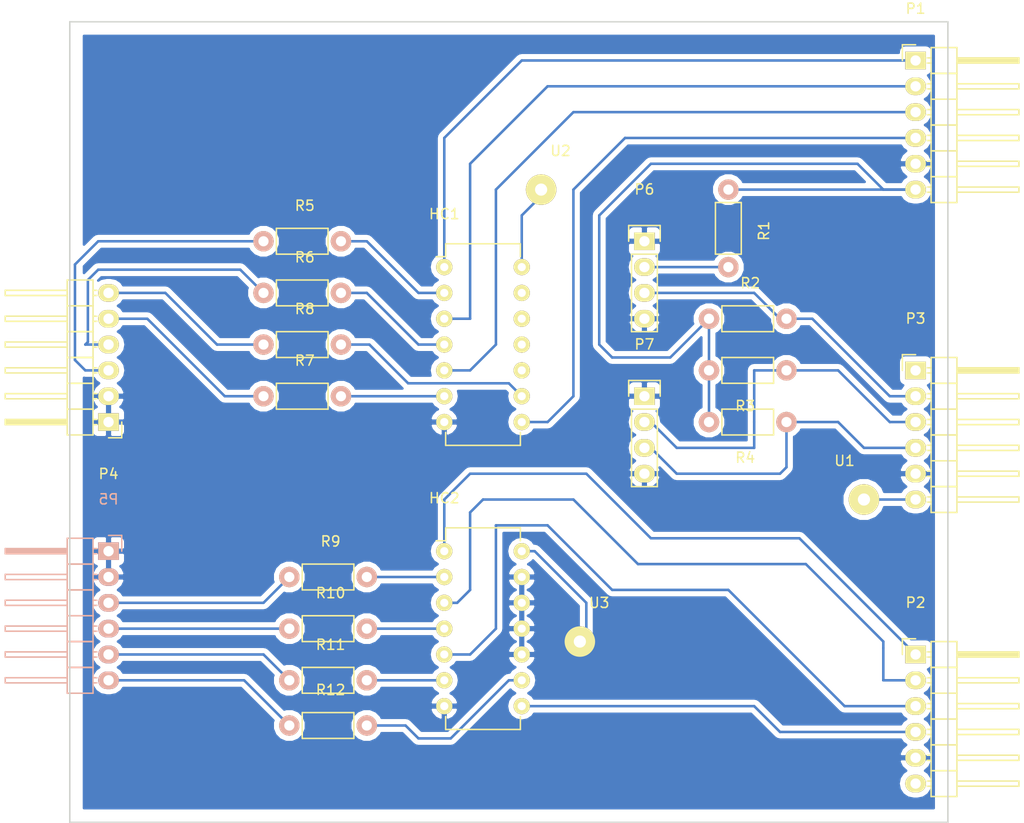
<source format=kicad_pcb>
(kicad_pcb (version 4) (host pcbnew 4.0.2+dfsg1-stable)

  (general
    (links 61)
    (no_connects 9)
    (area 23.414999 16.635 124.540001 97.865001)
    (thickness 1.6)
    (drawings 4)
    (tracks 129)
    (zones 0)
    (modules 24)
    (nets 33)
  )

  (page User 150.012 150.012)
  (title_block
    (title "Carte circuit")
    (date 2016-06-10)
    (rev 1.0)
    (company IPSA)
  )

  (layers
    (0 F.Cu signal)
    (31 B.Cu signal)
    (32 B.Adhes user)
    (33 F.Adhes user)
    (34 B.Paste user)
    (35 F.Paste user)
    (36 B.SilkS user)
    (37 F.SilkS user)
    (38 B.Mask user)
    (39 F.Mask user)
    (40 Dwgs.User user)
    (41 Cmts.User user)
    (42 Eco1.User user)
    (43 Eco2.User user)
    (44 Edge.Cuts user)
    (45 Margin user)
    (46 B.CrtYd user)
    (47 F.CrtYd user)
    (48 B.Fab user)
    (49 F.Fab user)
  )

  (setup
    (last_trace_width 0.25)
    (trace_clearance 0.2)
    (zone_clearance 0.508)
    (zone_45_only no)
    (trace_min 0.2)
    (segment_width 0.2)
    (edge_width 0.15)
    (via_size 0.6)
    (via_drill 0.4)
    (via_min_size 0.4)
    (via_min_drill 0.3)
    (uvia_size 0.3)
    (uvia_drill 0.1)
    (uvias_allowed no)
    (uvia_min_size 0.2)
    (uvia_min_drill 0.1)
    (pcb_text_width 0.3)
    (pcb_text_size 1.5 1.5)
    (mod_edge_width 0.15)
    (mod_text_size 1 1)
    (mod_text_width 0.15)
    (pad_size 1.524 1.524)
    (pad_drill 0.762)
    (pad_to_mask_clearance 0.2)
    (aux_axis_origin 0 0)
    (visible_elements FFFFFF7F)
    (pcbplotparams
      (layerselection 0x00030_80000001)
      (usegerberextensions false)
      (excludeedgelayer true)
      (linewidth 0.100000)
      (plotframeref false)
      (viasonmask false)
      (mode 1)
      (useauxorigin false)
      (hpglpennumber 1)
      (hpglpenspeed 20)
      (hpglpendiameter 15)
      (hpglpenoverlay 2)
      (psnegative false)
      (psa4output false)
      (plotreference true)
      (plotvalue true)
      (plotinvisibletext false)
      (padsonsilk false)
      (subtractmaskfromsilk false)
      (outputformat 1)
      (mirror false)
      (drillshape 1)
      (scaleselection 1)
      (outputdirectory ../../Rapport/LaTeX/Graphics/Sources/ANNEXES/))
  )

  (net 0 "")
  (net 1 "Net-(HC1-Pad1)")
  (net 2 "Net-(HC1-Pad2)")
  (net 3 GND)
  (net 4 "Net-(HC1-Pad5)")
  (net 5 "Net-(HC1-Pad6)")
  (net 6 "Net-(HC1-Pad8)")
  (net 7 "Net-(HC1-Pad9)")
  (net 8 "Net-(HC1-Pad10)")
  (net 9 VCC)
  (net 10 "Net-(HC1-Pad3)")
  (net 11 +3V3)
  (net 12 "Net-(P3-Pad1)")
  (net 13 "Net-(P3-Pad2)")
  (net 14 "Net-(P3-Pad3)")
  (net 15 "Net-(P3-Pad4)")
  (net 16 "Net-(P4-Pad3)")
  (net 17 "Net-(P4-Pad4)")
  (net 18 "Net-(P4-Pad5)")
  (net 19 "Net-(P4-Pad6)")
  (net 20 "Net-(P5-Pad3)")
  (net 21 "Net-(P5-Pad4)")
  (net 22 "Net-(P5-Pad5)")
  (net 23 "Net-(P5-Pad6)")
  (net 24 "Net-(HC1-Pad4)")
  (net 25 "Net-(HC2-Pad1)")
  (net 26 "Net-(HC2-Pad2)")
  (net 27 "Net-(HC2-Pad3)")
  (net 28 "Net-(HC2-Pad4)")
  (net 29 "Net-(HC2-Pad5)")
  (net 30 "Net-(HC2-Pad6)")
  (net 31 "Net-(HC2-Pad8)")
  (net 32 "Net-(HC2-Pad9)")

  (net_class Default "This is the default net class."
    (clearance 0.2)
    (trace_width 0.25)
    (via_dia 0.6)
    (via_drill 0.4)
    (uvia_dia 0.3)
    (uvia_drill 0.1)
    (add_net +3V3)
    (add_net GND)
    (add_net "Net-(HC1-Pad1)")
    (add_net "Net-(HC1-Pad10)")
    (add_net "Net-(HC1-Pad2)")
    (add_net "Net-(HC1-Pad3)")
    (add_net "Net-(HC1-Pad4)")
    (add_net "Net-(HC1-Pad5)")
    (add_net "Net-(HC1-Pad6)")
    (add_net "Net-(HC1-Pad8)")
    (add_net "Net-(HC1-Pad9)")
    (add_net "Net-(HC2-Pad1)")
    (add_net "Net-(HC2-Pad2)")
    (add_net "Net-(HC2-Pad3)")
    (add_net "Net-(HC2-Pad4)")
    (add_net "Net-(HC2-Pad5)")
    (add_net "Net-(HC2-Pad6)")
    (add_net "Net-(HC2-Pad8)")
    (add_net "Net-(HC2-Pad9)")
    (add_net "Net-(P3-Pad1)")
    (add_net "Net-(P3-Pad2)")
    (add_net "Net-(P3-Pad3)")
    (add_net "Net-(P3-Pad4)")
    (add_net "Net-(P4-Pad3)")
    (add_net "Net-(P4-Pad4)")
    (add_net "Net-(P4-Pad5)")
    (add_net "Net-(P4-Pad6)")
    (add_net "Net-(P5-Pad3)")
    (add_net "Net-(P5-Pad4)")
    (add_net "Net-(P5-Pad5)")
    (add_net "Net-(P5-Pad6)")
    (add_net VCC)
  )

  (module Housings_DIP:DIP-14_W7.62mm (layer F.Cu) (tedit 54130A77) (tstamp 575B1360)
    (at 67.31 43.18)
    (descr "14-lead dip package, row spacing 7.62 mm (300 mils)")
    (tags "dil dip 2.54 300")
    (path /575B157A)
    (fp_text reference HC1 (at 0 -5.22) (layer F.SilkS)
      (effects (font (size 1 1) (thickness 0.15)))
    )
    (fp_text value my74HCT04 (at 0 -3.72) (layer F.Fab)
      (effects (font (size 1 1) (thickness 0.15)))
    )
    (fp_line (start -1.05 -2.45) (end -1.05 17.7) (layer F.CrtYd) (width 0.05))
    (fp_line (start 8.65 -2.45) (end 8.65 17.7) (layer F.CrtYd) (width 0.05))
    (fp_line (start -1.05 -2.45) (end 8.65 -2.45) (layer F.CrtYd) (width 0.05))
    (fp_line (start -1.05 17.7) (end 8.65 17.7) (layer F.CrtYd) (width 0.05))
    (fp_line (start 0.135 -2.295) (end 0.135 -1.025) (layer F.SilkS) (width 0.15))
    (fp_line (start 7.485 -2.295) (end 7.485 -1.025) (layer F.SilkS) (width 0.15))
    (fp_line (start 7.485 17.535) (end 7.485 16.265) (layer F.SilkS) (width 0.15))
    (fp_line (start 0.135 17.535) (end 0.135 16.265) (layer F.SilkS) (width 0.15))
    (fp_line (start 0.135 -2.295) (end 7.485 -2.295) (layer F.SilkS) (width 0.15))
    (fp_line (start 0.135 17.535) (end 7.485 17.535) (layer F.SilkS) (width 0.15))
    (fp_line (start 0.135 -1.025) (end -0.8 -1.025) (layer F.SilkS) (width 0.15))
    (pad 1 thru_hole oval (at 0 0) (size 1.6 1.6) (drill 0.8) (layers *.Cu *.Mask F.SilkS)
      (net 1 "Net-(HC1-Pad1)"))
    (pad 2 thru_hole oval (at 0 2.54) (size 1.6 1.6) (drill 0.8) (layers *.Cu *.Mask F.SilkS)
      (net 2 "Net-(HC1-Pad2)"))
    (pad 3 thru_hole oval (at 0 5.08) (size 1.6 1.6) (drill 0.8) (layers *.Cu *.Mask F.SilkS)
      (net 10 "Net-(HC1-Pad3)"))
    (pad 4 thru_hole oval (at 0 7.62) (size 1.6 1.6) (drill 0.8) (layers *.Cu *.Mask F.SilkS)
      (net 24 "Net-(HC1-Pad4)"))
    (pad 5 thru_hole oval (at 0 10.16) (size 1.6 1.6) (drill 0.8) (layers *.Cu *.Mask F.SilkS)
      (net 4 "Net-(HC1-Pad5)"))
    (pad 6 thru_hole oval (at 0 12.7) (size 1.6 1.6) (drill 0.8) (layers *.Cu *.Mask F.SilkS)
      (net 5 "Net-(HC1-Pad6)"))
    (pad 7 thru_hole oval (at 0 15.24) (size 1.6 1.6) (drill 0.8) (layers *.Cu *.Mask F.SilkS)
      (net 3 GND))
    (pad 8 thru_hole oval (at 7.62 15.24) (size 1.6 1.6) (drill 0.8) (layers *.Cu *.Mask F.SilkS)
      (net 6 "Net-(HC1-Pad8)"))
    (pad 9 thru_hole oval (at 7.62 12.7) (size 1.6 1.6) (drill 0.8) (layers *.Cu *.Mask F.SilkS)
      (net 7 "Net-(HC1-Pad9)"))
    (pad 10 thru_hole oval (at 7.62 10.16) (size 1.6 1.6) (drill 0.8) (layers *.Cu *.Mask F.SilkS)
      (net 8 "Net-(HC1-Pad10)"))
    (pad 11 thru_hole oval (at 7.62 7.62) (size 1.6 1.6) (drill 0.8) (layers *.Cu *.Mask F.SilkS)
      (net 8 "Net-(HC1-Pad10)"))
    (pad 12 thru_hole oval (at 7.62 5.08) (size 1.6 1.6) (drill 0.8) (layers *.Cu *.Mask F.SilkS)
      (net 8 "Net-(HC1-Pad10)"))
    (pad 13 thru_hole oval (at 7.62 2.54) (size 1.6 1.6) (drill 0.8) (layers *.Cu *.Mask F.SilkS)
      (net 8 "Net-(HC1-Pad10)"))
    (pad 14 thru_hole oval (at 7.62 0) (size 1.6 1.6) (drill 0.8) (layers *.Cu *.Mask F.SilkS)
      (net 9 VCC))
    (model Housings_DIP.3dshapes/DIP-14_W7.62mm.wrl
      (at (xyz 0 0 0))
      (scale (xyz 1 1 1))
      (rotate (xyz 0 0 0))
    )
  )

  (module Pin_Headers:Pin_Header_Angled_1x06 (layer F.Cu) (tedit 0) (tstamp 575B136A)
    (at 113.665 22.86)
    (descr "Through hole pin header")
    (tags "pin header")
    (path /575B1A94)
    (fp_text reference P1 (at 0 -5.1) (layer F.SilkS)
      (effects (font (size 1 1) (thickness 0.15)))
    )
    (fp_text value CONN_01X06 (at 0 -3.1) (layer F.Fab)
      (effects (font (size 1 1) (thickness 0.15)))
    )
    (fp_line (start -1.5 -1.75) (end -1.5 14.45) (layer F.CrtYd) (width 0.05))
    (fp_line (start 10.65 -1.75) (end 10.65 14.45) (layer F.CrtYd) (width 0.05))
    (fp_line (start -1.5 -1.75) (end 10.65 -1.75) (layer F.CrtYd) (width 0.05))
    (fp_line (start -1.5 14.45) (end 10.65 14.45) (layer F.CrtYd) (width 0.05))
    (fp_line (start -1.3 -1.55) (end -1.3 0) (layer F.SilkS) (width 0.15))
    (fp_line (start 0 -1.55) (end -1.3 -1.55) (layer F.SilkS) (width 0.15))
    (fp_line (start 4.191 -0.127) (end 10.033 -0.127) (layer F.SilkS) (width 0.15))
    (fp_line (start 10.033 -0.127) (end 10.033 0.127) (layer F.SilkS) (width 0.15))
    (fp_line (start 10.033 0.127) (end 4.191 0.127) (layer F.SilkS) (width 0.15))
    (fp_line (start 4.191 0.127) (end 4.191 0) (layer F.SilkS) (width 0.15))
    (fp_line (start 4.191 0) (end 10.033 0) (layer F.SilkS) (width 0.15))
    (fp_line (start 1.524 -0.254) (end 1.143 -0.254) (layer F.SilkS) (width 0.15))
    (fp_line (start 1.524 0.254) (end 1.143 0.254) (layer F.SilkS) (width 0.15))
    (fp_line (start 1.524 2.286) (end 1.143 2.286) (layer F.SilkS) (width 0.15))
    (fp_line (start 1.524 2.794) (end 1.143 2.794) (layer F.SilkS) (width 0.15))
    (fp_line (start 1.524 4.826) (end 1.143 4.826) (layer F.SilkS) (width 0.15))
    (fp_line (start 1.524 5.334) (end 1.143 5.334) (layer F.SilkS) (width 0.15))
    (fp_line (start 1.524 12.954) (end 1.143 12.954) (layer F.SilkS) (width 0.15))
    (fp_line (start 1.524 12.446) (end 1.143 12.446) (layer F.SilkS) (width 0.15))
    (fp_line (start 1.524 10.414) (end 1.143 10.414) (layer F.SilkS) (width 0.15))
    (fp_line (start 1.524 9.906) (end 1.143 9.906) (layer F.SilkS) (width 0.15))
    (fp_line (start 1.524 7.874) (end 1.143 7.874) (layer F.SilkS) (width 0.15))
    (fp_line (start 1.524 7.366) (end 1.143 7.366) (layer F.SilkS) (width 0.15))
    (fp_line (start 1.524 -1.27) (end 4.064 -1.27) (layer F.SilkS) (width 0.15))
    (fp_line (start 1.524 1.27) (end 4.064 1.27) (layer F.SilkS) (width 0.15))
    (fp_line (start 1.524 1.27) (end 1.524 3.81) (layer F.SilkS) (width 0.15))
    (fp_line (start 1.524 3.81) (end 4.064 3.81) (layer F.SilkS) (width 0.15))
    (fp_line (start 4.064 2.286) (end 10.16 2.286) (layer F.SilkS) (width 0.15))
    (fp_line (start 10.16 2.286) (end 10.16 2.794) (layer F.SilkS) (width 0.15))
    (fp_line (start 10.16 2.794) (end 4.064 2.794) (layer F.SilkS) (width 0.15))
    (fp_line (start 4.064 3.81) (end 4.064 1.27) (layer F.SilkS) (width 0.15))
    (fp_line (start 4.064 1.27) (end 4.064 -1.27) (layer F.SilkS) (width 0.15))
    (fp_line (start 10.16 0.254) (end 4.064 0.254) (layer F.SilkS) (width 0.15))
    (fp_line (start 10.16 -0.254) (end 10.16 0.254) (layer F.SilkS) (width 0.15))
    (fp_line (start 4.064 -0.254) (end 10.16 -0.254) (layer F.SilkS) (width 0.15))
    (fp_line (start 1.524 1.27) (end 4.064 1.27) (layer F.SilkS) (width 0.15))
    (fp_line (start 1.524 -1.27) (end 1.524 1.27) (layer F.SilkS) (width 0.15))
    (fp_line (start 1.524 8.89) (end 4.064 8.89) (layer F.SilkS) (width 0.15))
    (fp_line (start 1.524 8.89) (end 1.524 11.43) (layer F.SilkS) (width 0.15))
    (fp_line (start 1.524 11.43) (end 4.064 11.43) (layer F.SilkS) (width 0.15))
    (fp_line (start 4.064 9.906) (end 10.16 9.906) (layer F.SilkS) (width 0.15))
    (fp_line (start 10.16 9.906) (end 10.16 10.414) (layer F.SilkS) (width 0.15))
    (fp_line (start 10.16 10.414) (end 4.064 10.414) (layer F.SilkS) (width 0.15))
    (fp_line (start 4.064 11.43) (end 4.064 8.89) (layer F.SilkS) (width 0.15))
    (fp_line (start 4.064 13.97) (end 4.064 11.43) (layer F.SilkS) (width 0.15))
    (fp_line (start 10.16 12.954) (end 4.064 12.954) (layer F.SilkS) (width 0.15))
    (fp_line (start 10.16 12.446) (end 10.16 12.954) (layer F.SilkS) (width 0.15))
    (fp_line (start 4.064 12.446) (end 10.16 12.446) (layer F.SilkS) (width 0.15))
    (fp_line (start 1.524 13.97) (end 4.064 13.97) (layer F.SilkS) (width 0.15))
    (fp_line (start 1.524 11.43) (end 1.524 13.97) (layer F.SilkS) (width 0.15))
    (fp_line (start 1.524 11.43) (end 4.064 11.43) (layer F.SilkS) (width 0.15))
    (fp_line (start 1.524 6.35) (end 4.064 6.35) (layer F.SilkS) (width 0.15))
    (fp_line (start 1.524 6.35) (end 1.524 8.89) (layer F.SilkS) (width 0.15))
    (fp_line (start 1.524 8.89) (end 4.064 8.89) (layer F.SilkS) (width 0.15))
    (fp_line (start 4.064 7.366) (end 10.16 7.366) (layer F.SilkS) (width 0.15))
    (fp_line (start 10.16 7.366) (end 10.16 7.874) (layer F.SilkS) (width 0.15))
    (fp_line (start 10.16 7.874) (end 4.064 7.874) (layer F.SilkS) (width 0.15))
    (fp_line (start 4.064 8.89) (end 4.064 6.35) (layer F.SilkS) (width 0.15))
    (fp_line (start 4.064 6.35) (end 4.064 3.81) (layer F.SilkS) (width 0.15))
    (fp_line (start 10.16 5.334) (end 4.064 5.334) (layer F.SilkS) (width 0.15))
    (fp_line (start 10.16 4.826) (end 10.16 5.334) (layer F.SilkS) (width 0.15))
    (fp_line (start 4.064 4.826) (end 10.16 4.826) (layer F.SilkS) (width 0.15))
    (fp_line (start 1.524 6.35) (end 4.064 6.35) (layer F.SilkS) (width 0.15))
    (fp_line (start 1.524 3.81) (end 1.524 6.35) (layer F.SilkS) (width 0.15))
    (fp_line (start 1.524 3.81) (end 4.064 3.81) (layer F.SilkS) (width 0.15))
    (pad 1 thru_hole rect (at 0 0) (size 2.032 1.7272) (drill 1.016) (layers *.Cu *.Mask F.SilkS)
      (net 1 "Net-(HC1-Pad1)"))
    (pad 2 thru_hole oval (at 0 2.54) (size 2.032 1.7272) (drill 1.016) (layers *.Cu *.Mask F.SilkS)
      (net 10 "Net-(HC1-Pad3)"))
    (pad 3 thru_hole oval (at 0 5.08) (size 2.032 1.7272) (drill 1.016) (layers *.Cu *.Mask F.SilkS)
      (net 4 "Net-(HC1-Pad5)"))
    (pad 4 thru_hole oval (at 0 7.62) (size 2.032 1.7272) (drill 1.016) (layers *.Cu *.Mask F.SilkS)
      (net 6 "Net-(HC1-Pad8)"))
    (pad 5 thru_hole oval (at 0 10.16) (size 2.032 1.7272) (drill 1.016) (layers *.Cu *.Mask F.SilkS)
      (net 3 GND))
    (pad 6 thru_hole oval (at 0 12.7) (size 2.032 1.7272) (drill 1.016) (layers *.Cu *.Mask F.SilkS)
      (net 11 +3V3))
    (model Pin_Headers.3dshapes/Pin_Header_Angled_1x06.wrl
      (at (xyz 0 -0.25 0))
      (scale (xyz 1 1 1))
      (rotate (xyz 0 0 90))
    )
  )

  (module Pin_Headers:Pin_Header_Angled_1x06 (layer F.Cu) (tedit 0) (tstamp 575B1374)
    (at 113.665 81.28)
    (descr "Through hole pin header")
    (tags "pin header")
    (path /575B1A9A)
    (fp_text reference P2 (at 0 -5.1) (layer F.SilkS)
      (effects (font (size 1 1) (thickness 0.15)))
    )
    (fp_text value CONN_01X06 (at 0 -3.1) (layer F.Fab)
      (effects (font (size 1 1) (thickness 0.15)))
    )
    (fp_line (start -1.5 -1.75) (end -1.5 14.45) (layer F.CrtYd) (width 0.05))
    (fp_line (start 10.65 -1.75) (end 10.65 14.45) (layer F.CrtYd) (width 0.05))
    (fp_line (start -1.5 -1.75) (end 10.65 -1.75) (layer F.CrtYd) (width 0.05))
    (fp_line (start -1.5 14.45) (end 10.65 14.45) (layer F.CrtYd) (width 0.05))
    (fp_line (start -1.3 -1.55) (end -1.3 0) (layer F.SilkS) (width 0.15))
    (fp_line (start 0 -1.55) (end -1.3 -1.55) (layer F.SilkS) (width 0.15))
    (fp_line (start 4.191 -0.127) (end 10.033 -0.127) (layer F.SilkS) (width 0.15))
    (fp_line (start 10.033 -0.127) (end 10.033 0.127) (layer F.SilkS) (width 0.15))
    (fp_line (start 10.033 0.127) (end 4.191 0.127) (layer F.SilkS) (width 0.15))
    (fp_line (start 4.191 0.127) (end 4.191 0) (layer F.SilkS) (width 0.15))
    (fp_line (start 4.191 0) (end 10.033 0) (layer F.SilkS) (width 0.15))
    (fp_line (start 1.524 -0.254) (end 1.143 -0.254) (layer F.SilkS) (width 0.15))
    (fp_line (start 1.524 0.254) (end 1.143 0.254) (layer F.SilkS) (width 0.15))
    (fp_line (start 1.524 2.286) (end 1.143 2.286) (layer F.SilkS) (width 0.15))
    (fp_line (start 1.524 2.794) (end 1.143 2.794) (layer F.SilkS) (width 0.15))
    (fp_line (start 1.524 4.826) (end 1.143 4.826) (layer F.SilkS) (width 0.15))
    (fp_line (start 1.524 5.334) (end 1.143 5.334) (layer F.SilkS) (width 0.15))
    (fp_line (start 1.524 12.954) (end 1.143 12.954) (layer F.SilkS) (width 0.15))
    (fp_line (start 1.524 12.446) (end 1.143 12.446) (layer F.SilkS) (width 0.15))
    (fp_line (start 1.524 10.414) (end 1.143 10.414) (layer F.SilkS) (width 0.15))
    (fp_line (start 1.524 9.906) (end 1.143 9.906) (layer F.SilkS) (width 0.15))
    (fp_line (start 1.524 7.874) (end 1.143 7.874) (layer F.SilkS) (width 0.15))
    (fp_line (start 1.524 7.366) (end 1.143 7.366) (layer F.SilkS) (width 0.15))
    (fp_line (start 1.524 -1.27) (end 4.064 -1.27) (layer F.SilkS) (width 0.15))
    (fp_line (start 1.524 1.27) (end 4.064 1.27) (layer F.SilkS) (width 0.15))
    (fp_line (start 1.524 1.27) (end 1.524 3.81) (layer F.SilkS) (width 0.15))
    (fp_line (start 1.524 3.81) (end 4.064 3.81) (layer F.SilkS) (width 0.15))
    (fp_line (start 4.064 2.286) (end 10.16 2.286) (layer F.SilkS) (width 0.15))
    (fp_line (start 10.16 2.286) (end 10.16 2.794) (layer F.SilkS) (width 0.15))
    (fp_line (start 10.16 2.794) (end 4.064 2.794) (layer F.SilkS) (width 0.15))
    (fp_line (start 4.064 3.81) (end 4.064 1.27) (layer F.SilkS) (width 0.15))
    (fp_line (start 4.064 1.27) (end 4.064 -1.27) (layer F.SilkS) (width 0.15))
    (fp_line (start 10.16 0.254) (end 4.064 0.254) (layer F.SilkS) (width 0.15))
    (fp_line (start 10.16 -0.254) (end 10.16 0.254) (layer F.SilkS) (width 0.15))
    (fp_line (start 4.064 -0.254) (end 10.16 -0.254) (layer F.SilkS) (width 0.15))
    (fp_line (start 1.524 1.27) (end 4.064 1.27) (layer F.SilkS) (width 0.15))
    (fp_line (start 1.524 -1.27) (end 1.524 1.27) (layer F.SilkS) (width 0.15))
    (fp_line (start 1.524 8.89) (end 4.064 8.89) (layer F.SilkS) (width 0.15))
    (fp_line (start 1.524 8.89) (end 1.524 11.43) (layer F.SilkS) (width 0.15))
    (fp_line (start 1.524 11.43) (end 4.064 11.43) (layer F.SilkS) (width 0.15))
    (fp_line (start 4.064 9.906) (end 10.16 9.906) (layer F.SilkS) (width 0.15))
    (fp_line (start 10.16 9.906) (end 10.16 10.414) (layer F.SilkS) (width 0.15))
    (fp_line (start 10.16 10.414) (end 4.064 10.414) (layer F.SilkS) (width 0.15))
    (fp_line (start 4.064 11.43) (end 4.064 8.89) (layer F.SilkS) (width 0.15))
    (fp_line (start 4.064 13.97) (end 4.064 11.43) (layer F.SilkS) (width 0.15))
    (fp_line (start 10.16 12.954) (end 4.064 12.954) (layer F.SilkS) (width 0.15))
    (fp_line (start 10.16 12.446) (end 10.16 12.954) (layer F.SilkS) (width 0.15))
    (fp_line (start 4.064 12.446) (end 10.16 12.446) (layer F.SilkS) (width 0.15))
    (fp_line (start 1.524 13.97) (end 4.064 13.97) (layer F.SilkS) (width 0.15))
    (fp_line (start 1.524 11.43) (end 1.524 13.97) (layer F.SilkS) (width 0.15))
    (fp_line (start 1.524 11.43) (end 4.064 11.43) (layer F.SilkS) (width 0.15))
    (fp_line (start 1.524 6.35) (end 4.064 6.35) (layer F.SilkS) (width 0.15))
    (fp_line (start 1.524 6.35) (end 1.524 8.89) (layer F.SilkS) (width 0.15))
    (fp_line (start 1.524 8.89) (end 4.064 8.89) (layer F.SilkS) (width 0.15))
    (fp_line (start 4.064 7.366) (end 10.16 7.366) (layer F.SilkS) (width 0.15))
    (fp_line (start 10.16 7.366) (end 10.16 7.874) (layer F.SilkS) (width 0.15))
    (fp_line (start 10.16 7.874) (end 4.064 7.874) (layer F.SilkS) (width 0.15))
    (fp_line (start 4.064 8.89) (end 4.064 6.35) (layer F.SilkS) (width 0.15))
    (fp_line (start 4.064 6.35) (end 4.064 3.81) (layer F.SilkS) (width 0.15))
    (fp_line (start 10.16 5.334) (end 4.064 5.334) (layer F.SilkS) (width 0.15))
    (fp_line (start 10.16 4.826) (end 10.16 5.334) (layer F.SilkS) (width 0.15))
    (fp_line (start 4.064 4.826) (end 10.16 4.826) (layer F.SilkS) (width 0.15))
    (fp_line (start 1.524 6.35) (end 4.064 6.35) (layer F.SilkS) (width 0.15))
    (fp_line (start 1.524 3.81) (end 1.524 6.35) (layer F.SilkS) (width 0.15))
    (fp_line (start 1.524 3.81) (end 4.064 3.81) (layer F.SilkS) (width 0.15))
    (pad 1 thru_hole rect (at 0 0) (size 2.032 1.7272) (drill 1.016) (layers *.Cu *.Mask F.SilkS)
      (net 25 "Net-(HC2-Pad1)"))
    (pad 2 thru_hole oval (at 0 2.54) (size 2.032 1.7272) (drill 1.016) (layers *.Cu *.Mask F.SilkS)
      (net 27 "Net-(HC2-Pad3)"))
    (pad 3 thru_hole oval (at 0 5.08) (size 2.032 1.7272) (drill 1.016) (layers *.Cu *.Mask F.SilkS)
      (net 29 "Net-(HC2-Pad5)"))
    (pad 4 thru_hole oval (at 0 7.62) (size 2.032 1.7272) (drill 1.016) (layers *.Cu *.Mask F.SilkS)
      (net 31 "Net-(HC2-Pad8)"))
    (pad 5 thru_hole oval (at 0 10.16) (size 2.032 1.7272) (drill 1.016) (layers *.Cu *.Mask F.SilkS)
      (net 3 GND))
    (pad 6 thru_hole oval (at 0 12.7) (size 2.032 1.7272) (drill 1.016) (layers *.Cu *.Mask F.SilkS)
      (net 11 +3V3))
    (model Pin_Headers.3dshapes/Pin_Header_Angled_1x06.wrl
      (at (xyz 0 -0.25 0))
      (scale (xyz 1 1 1))
      (rotate (xyz 0 0 90))
    )
  )

  (module Pin_Headers:Pin_Header_Angled_1x06 (layer F.Cu) (tedit 0) (tstamp 575B137E)
    (at 113.665 53.34)
    (descr "Through hole pin header")
    (tags "pin header")
    (path /575B439A)
    (fp_text reference P3 (at 0 -5.1) (layer F.SilkS)
      (effects (font (size 1 1) (thickness 0.15)))
    )
    (fp_text value CONN_01X06 (at 0 -3.1) (layer F.Fab)
      (effects (font (size 1 1) (thickness 0.15)))
    )
    (fp_line (start -1.5 -1.75) (end -1.5 14.45) (layer F.CrtYd) (width 0.05))
    (fp_line (start 10.65 -1.75) (end 10.65 14.45) (layer F.CrtYd) (width 0.05))
    (fp_line (start -1.5 -1.75) (end 10.65 -1.75) (layer F.CrtYd) (width 0.05))
    (fp_line (start -1.5 14.45) (end 10.65 14.45) (layer F.CrtYd) (width 0.05))
    (fp_line (start -1.3 -1.55) (end -1.3 0) (layer F.SilkS) (width 0.15))
    (fp_line (start 0 -1.55) (end -1.3 -1.55) (layer F.SilkS) (width 0.15))
    (fp_line (start 4.191 -0.127) (end 10.033 -0.127) (layer F.SilkS) (width 0.15))
    (fp_line (start 10.033 -0.127) (end 10.033 0.127) (layer F.SilkS) (width 0.15))
    (fp_line (start 10.033 0.127) (end 4.191 0.127) (layer F.SilkS) (width 0.15))
    (fp_line (start 4.191 0.127) (end 4.191 0) (layer F.SilkS) (width 0.15))
    (fp_line (start 4.191 0) (end 10.033 0) (layer F.SilkS) (width 0.15))
    (fp_line (start 1.524 -0.254) (end 1.143 -0.254) (layer F.SilkS) (width 0.15))
    (fp_line (start 1.524 0.254) (end 1.143 0.254) (layer F.SilkS) (width 0.15))
    (fp_line (start 1.524 2.286) (end 1.143 2.286) (layer F.SilkS) (width 0.15))
    (fp_line (start 1.524 2.794) (end 1.143 2.794) (layer F.SilkS) (width 0.15))
    (fp_line (start 1.524 4.826) (end 1.143 4.826) (layer F.SilkS) (width 0.15))
    (fp_line (start 1.524 5.334) (end 1.143 5.334) (layer F.SilkS) (width 0.15))
    (fp_line (start 1.524 12.954) (end 1.143 12.954) (layer F.SilkS) (width 0.15))
    (fp_line (start 1.524 12.446) (end 1.143 12.446) (layer F.SilkS) (width 0.15))
    (fp_line (start 1.524 10.414) (end 1.143 10.414) (layer F.SilkS) (width 0.15))
    (fp_line (start 1.524 9.906) (end 1.143 9.906) (layer F.SilkS) (width 0.15))
    (fp_line (start 1.524 7.874) (end 1.143 7.874) (layer F.SilkS) (width 0.15))
    (fp_line (start 1.524 7.366) (end 1.143 7.366) (layer F.SilkS) (width 0.15))
    (fp_line (start 1.524 -1.27) (end 4.064 -1.27) (layer F.SilkS) (width 0.15))
    (fp_line (start 1.524 1.27) (end 4.064 1.27) (layer F.SilkS) (width 0.15))
    (fp_line (start 1.524 1.27) (end 1.524 3.81) (layer F.SilkS) (width 0.15))
    (fp_line (start 1.524 3.81) (end 4.064 3.81) (layer F.SilkS) (width 0.15))
    (fp_line (start 4.064 2.286) (end 10.16 2.286) (layer F.SilkS) (width 0.15))
    (fp_line (start 10.16 2.286) (end 10.16 2.794) (layer F.SilkS) (width 0.15))
    (fp_line (start 10.16 2.794) (end 4.064 2.794) (layer F.SilkS) (width 0.15))
    (fp_line (start 4.064 3.81) (end 4.064 1.27) (layer F.SilkS) (width 0.15))
    (fp_line (start 4.064 1.27) (end 4.064 -1.27) (layer F.SilkS) (width 0.15))
    (fp_line (start 10.16 0.254) (end 4.064 0.254) (layer F.SilkS) (width 0.15))
    (fp_line (start 10.16 -0.254) (end 10.16 0.254) (layer F.SilkS) (width 0.15))
    (fp_line (start 4.064 -0.254) (end 10.16 -0.254) (layer F.SilkS) (width 0.15))
    (fp_line (start 1.524 1.27) (end 4.064 1.27) (layer F.SilkS) (width 0.15))
    (fp_line (start 1.524 -1.27) (end 1.524 1.27) (layer F.SilkS) (width 0.15))
    (fp_line (start 1.524 8.89) (end 4.064 8.89) (layer F.SilkS) (width 0.15))
    (fp_line (start 1.524 8.89) (end 1.524 11.43) (layer F.SilkS) (width 0.15))
    (fp_line (start 1.524 11.43) (end 4.064 11.43) (layer F.SilkS) (width 0.15))
    (fp_line (start 4.064 9.906) (end 10.16 9.906) (layer F.SilkS) (width 0.15))
    (fp_line (start 10.16 9.906) (end 10.16 10.414) (layer F.SilkS) (width 0.15))
    (fp_line (start 10.16 10.414) (end 4.064 10.414) (layer F.SilkS) (width 0.15))
    (fp_line (start 4.064 11.43) (end 4.064 8.89) (layer F.SilkS) (width 0.15))
    (fp_line (start 4.064 13.97) (end 4.064 11.43) (layer F.SilkS) (width 0.15))
    (fp_line (start 10.16 12.954) (end 4.064 12.954) (layer F.SilkS) (width 0.15))
    (fp_line (start 10.16 12.446) (end 10.16 12.954) (layer F.SilkS) (width 0.15))
    (fp_line (start 4.064 12.446) (end 10.16 12.446) (layer F.SilkS) (width 0.15))
    (fp_line (start 1.524 13.97) (end 4.064 13.97) (layer F.SilkS) (width 0.15))
    (fp_line (start 1.524 11.43) (end 1.524 13.97) (layer F.SilkS) (width 0.15))
    (fp_line (start 1.524 11.43) (end 4.064 11.43) (layer F.SilkS) (width 0.15))
    (fp_line (start 1.524 6.35) (end 4.064 6.35) (layer F.SilkS) (width 0.15))
    (fp_line (start 1.524 6.35) (end 1.524 8.89) (layer F.SilkS) (width 0.15))
    (fp_line (start 1.524 8.89) (end 4.064 8.89) (layer F.SilkS) (width 0.15))
    (fp_line (start 4.064 7.366) (end 10.16 7.366) (layer F.SilkS) (width 0.15))
    (fp_line (start 10.16 7.366) (end 10.16 7.874) (layer F.SilkS) (width 0.15))
    (fp_line (start 10.16 7.874) (end 4.064 7.874) (layer F.SilkS) (width 0.15))
    (fp_line (start 4.064 8.89) (end 4.064 6.35) (layer F.SilkS) (width 0.15))
    (fp_line (start 4.064 6.35) (end 4.064 3.81) (layer F.SilkS) (width 0.15))
    (fp_line (start 10.16 5.334) (end 4.064 5.334) (layer F.SilkS) (width 0.15))
    (fp_line (start 10.16 4.826) (end 10.16 5.334) (layer F.SilkS) (width 0.15))
    (fp_line (start 4.064 4.826) (end 10.16 4.826) (layer F.SilkS) (width 0.15))
    (fp_line (start 1.524 6.35) (end 4.064 6.35) (layer F.SilkS) (width 0.15))
    (fp_line (start 1.524 3.81) (end 1.524 6.35) (layer F.SilkS) (width 0.15))
    (fp_line (start 1.524 3.81) (end 4.064 3.81) (layer F.SilkS) (width 0.15))
    (pad 1 thru_hole rect (at 0 0) (size 2.032 1.7272) (drill 1.016) (layers *.Cu *.Mask F.SilkS)
      (net 12 "Net-(P3-Pad1)"))
    (pad 2 thru_hole oval (at 0 2.54) (size 2.032 1.7272) (drill 1.016) (layers *.Cu *.Mask F.SilkS)
      (net 13 "Net-(P3-Pad2)"))
    (pad 3 thru_hole oval (at 0 5.08) (size 2.032 1.7272) (drill 1.016) (layers *.Cu *.Mask F.SilkS)
      (net 14 "Net-(P3-Pad3)"))
    (pad 4 thru_hole oval (at 0 7.62) (size 2.032 1.7272) (drill 1.016) (layers *.Cu *.Mask F.SilkS)
      (net 15 "Net-(P3-Pad4)"))
    (pad 5 thru_hole oval (at 0 10.16) (size 2.032 1.7272) (drill 1.016) (layers *.Cu *.Mask F.SilkS)
      (net 3 GND))
    (pad 6 thru_hole oval (at 0 12.7) (size 2.032 1.7272) (drill 1.016) (layers *.Cu *.Mask F.SilkS)
      (net 11 +3V3))
    (model Pin_Headers.3dshapes/Pin_Header_Angled_1x06.wrl
      (at (xyz 0 -0.25 0))
      (scale (xyz 1 1 1))
      (rotate (xyz 0 0 90))
    )
  )

  (module Pin_Headers:Pin_Header_Angled_1x06 (layer F.Cu) (tedit 0) (tstamp 575B1388)
    (at 34.29 58.42 180)
    (descr "Through hole pin header")
    (tags "pin header")
    (path /575B000D)
    (fp_text reference P4 (at 0 -5.1 180) (layer F.SilkS)
      (effects (font (size 1 1) (thickness 0.15)))
    )
    (fp_text value CONN_01X06 (at 0 -3.1 180) (layer F.Fab)
      (effects (font (size 1 1) (thickness 0.15)))
    )
    (fp_line (start -1.5 -1.75) (end -1.5 14.45) (layer F.CrtYd) (width 0.05))
    (fp_line (start 10.65 -1.75) (end 10.65 14.45) (layer F.CrtYd) (width 0.05))
    (fp_line (start -1.5 -1.75) (end 10.65 -1.75) (layer F.CrtYd) (width 0.05))
    (fp_line (start -1.5 14.45) (end 10.65 14.45) (layer F.CrtYd) (width 0.05))
    (fp_line (start -1.3 -1.55) (end -1.3 0) (layer F.SilkS) (width 0.15))
    (fp_line (start 0 -1.55) (end -1.3 -1.55) (layer F.SilkS) (width 0.15))
    (fp_line (start 4.191 -0.127) (end 10.033 -0.127) (layer F.SilkS) (width 0.15))
    (fp_line (start 10.033 -0.127) (end 10.033 0.127) (layer F.SilkS) (width 0.15))
    (fp_line (start 10.033 0.127) (end 4.191 0.127) (layer F.SilkS) (width 0.15))
    (fp_line (start 4.191 0.127) (end 4.191 0) (layer F.SilkS) (width 0.15))
    (fp_line (start 4.191 0) (end 10.033 0) (layer F.SilkS) (width 0.15))
    (fp_line (start 1.524 -0.254) (end 1.143 -0.254) (layer F.SilkS) (width 0.15))
    (fp_line (start 1.524 0.254) (end 1.143 0.254) (layer F.SilkS) (width 0.15))
    (fp_line (start 1.524 2.286) (end 1.143 2.286) (layer F.SilkS) (width 0.15))
    (fp_line (start 1.524 2.794) (end 1.143 2.794) (layer F.SilkS) (width 0.15))
    (fp_line (start 1.524 4.826) (end 1.143 4.826) (layer F.SilkS) (width 0.15))
    (fp_line (start 1.524 5.334) (end 1.143 5.334) (layer F.SilkS) (width 0.15))
    (fp_line (start 1.524 12.954) (end 1.143 12.954) (layer F.SilkS) (width 0.15))
    (fp_line (start 1.524 12.446) (end 1.143 12.446) (layer F.SilkS) (width 0.15))
    (fp_line (start 1.524 10.414) (end 1.143 10.414) (layer F.SilkS) (width 0.15))
    (fp_line (start 1.524 9.906) (end 1.143 9.906) (layer F.SilkS) (width 0.15))
    (fp_line (start 1.524 7.874) (end 1.143 7.874) (layer F.SilkS) (width 0.15))
    (fp_line (start 1.524 7.366) (end 1.143 7.366) (layer F.SilkS) (width 0.15))
    (fp_line (start 1.524 -1.27) (end 4.064 -1.27) (layer F.SilkS) (width 0.15))
    (fp_line (start 1.524 1.27) (end 4.064 1.27) (layer F.SilkS) (width 0.15))
    (fp_line (start 1.524 1.27) (end 1.524 3.81) (layer F.SilkS) (width 0.15))
    (fp_line (start 1.524 3.81) (end 4.064 3.81) (layer F.SilkS) (width 0.15))
    (fp_line (start 4.064 2.286) (end 10.16 2.286) (layer F.SilkS) (width 0.15))
    (fp_line (start 10.16 2.286) (end 10.16 2.794) (layer F.SilkS) (width 0.15))
    (fp_line (start 10.16 2.794) (end 4.064 2.794) (layer F.SilkS) (width 0.15))
    (fp_line (start 4.064 3.81) (end 4.064 1.27) (layer F.SilkS) (width 0.15))
    (fp_line (start 4.064 1.27) (end 4.064 -1.27) (layer F.SilkS) (width 0.15))
    (fp_line (start 10.16 0.254) (end 4.064 0.254) (layer F.SilkS) (width 0.15))
    (fp_line (start 10.16 -0.254) (end 10.16 0.254) (layer F.SilkS) (width 0.15))
    (fp_line (start 4.064 -0.254) (end 10.16 -0.254) (layer F.SilkS) (width 0.15))
    (fp_line (start 1.524 1.27) (end 4.064 1.27) (layer F.SilkS) (width 0.15))
    (fp_line (start 1.524 -1.27) (end 1.524 1.27) (layer F.SilkS) (width 0.15))
    (fp_line (start 1.524 8.89) (end 4.064 8.89) (layer F.SilkS) (width 0.15))
    (fp_line (start 1.524 8.89) (end 1.524 11.43) (layer F.SilkS) (width 0.15))
    (fp_line (start 1.524 11.43) (end 4.064 11.43) (layer F.SilkS) (width 0.15))
    (fp_line (start 4.064 9.906) (end 10.16 9.906) (layer F.SilkS) (width 0.15))
    (fp_line (start 10.16 9.906) (end 10.16 10.414) (layer F.SilkS) (width 0.15))
    (fp_line (start 10.16 10.414) (end 4.064 10.414) (layer F.SilkS) (width 0.15))
    (fp_line (start 4.064 11.43) (end 4.064 8.89) (layer F.SilkS) (width 0.15))
    (fp_line (start 4.064 13.97) (end 4.064 11.43) (layer F.SilkS) (width 0.15))
    (fp_line (start 10.16 12.954) (end 4.064 12.954) (layer F.SilkS) (width 0.15))
    (fp_line (start 10.16 12.446) (end 10.16 12.954) (layer F.SilkS) (width 0.15))
    (fp_line (start 4.064 12.446) (end 10.16 12.446) (layer F.SilkS) (width 0.15))
    (fp_line (start 1.524 13.97) (end 4.064 13.97) (layer F.SilkS) (width 0.15))
    (fp_line (start 1.524 11.43) (end 1.524 13.97) (layer F.SilkS) (width 0.15))
    (fp_line (start 1.524 11.43) (end 4.064 11.43) (layer F.SilkS) (width 0.15))
    (fp_line (start 1.524 6.35) (end 4.064 6.35) (layer F.SilkS) (width 0.15))
    (fp_line (start 1.524 6.35) (end 1.524 8.89) (layer F.SilkS) (width 0.15))
    (fp_line (start 1.524 8.89) (end 4.064 8.89) (layer F.SilkS) (width 0.15))
    (fp_line (start 4.064 7.366) (end 10.16 7.366) (layer F.SilkS) (width 0.15))
    (fp_line (start 10.16 7.366) (end 10.16 7.874) (layer F.SilkS) (width 0.15))
    (fp_line (start 10.16 7.874) (end 4.064 7.874) (layer F.SilkS) (width 0.15))
    (fp_line (start 4.064 8.89) (end 4.064 6.35) (layer F.SilkS) (width 0.15))
    (fp_line (start 4.064 6.35) (end 4.064 3.81) (layer F.SilkS) (width 0.15))
    (fp_line (start 10.16 5.334) (end 4.064 5.334) (layer F.SilkS) (width 0.15))
    (fp_line (start 10.16 4.826) (end 10.16 5.334) (layer F.SilkS) (width 0.15))
    (fp_line (start 4.064 4.826) (end 10.16 4.826) (layer F.SilkS) (width 0.15))
    (fp_line (start 1.524 6.35) (end 4.064 6.35) (layer F.SilkS) (width 0.15))
    (fp_line (start 1.524 3.81) (end 1.524 6.35) (layer F.SilkS) (width 0.15))
    (fp_line (start 1.524 3.81) (end 4.064 3.81) (layer F.SilkS) (width 0.15))
    (pad 1 thru_hole rect (at 0 0 180) (size 2.032 1.7272) (drill 1.016) (layers *.Cu *.Mask F.SilkS)
      (net 3 GND))
    (pad 2 thru_hole oval (at 0 2.54 180) (size 2.032 1.7272) (drill 1.016) (layers *.Cu *.Mask F.SilkS)
      (net 3 GND))
    (pad 3 thru_hole oval (at 0 5.08 180) (size 2.032 1.7272) (drill 1.016) (layers *.Cu *.Mask F.SilkS)
      (net 16 "Net-(P4-Pad3)"))
    (pad 4 thru_hole oval (at 0 7.62 180) (size 2.032 1.7272) (drill 1.016) (layers *.Cu *.Mask F.SilkS)
      (net 17 "Net-(P4-Pad4)"))
    (pad 5 thru_hole oval (at 0 10.16 180) (size 2.032 1.7272) (drill 1.016) (layers *.Cu *.Mask F.SilkS)
      (net 18 "Net-(P4-Pad5)"))
    (pad 6 thru_hole oval (at 0 12.7 180) (size 2.032 1.7272) (drill 1.016) (layers *.Cu *.Mask F.SilkS)
      (net 19 "Net-(P4-Pad6)"))
    (model Pin_Headers.3dshapes/Pin_Header_Angled_1x06.wrl
      (at (xyz 0 -0.25 0))
      (scale (xyz 1 1 1))
      (rotate (xyz 0 0 90))
    )
  )

  (module Pin_Headers:Pin_Header_Angled_1x06 (layer B.Cu) (tedit 0) (tstamp 575B1392)
    (at 34.29 71.12 180)
    (descr "Through hole pin header")
    (tags "pin header")
    (path /575B0120)
    (fp_text reference P5 (at 0 5.1 180) (layer B.SilkS)
      (effects (font (size 1 1) (thickness 0.15)) (justify mirror))
    )
    (fp_text value CONN_01X06 (at 0 3.1 180) (layer B.Fab)
      (effects (font (size 1 1) (thickness 0.15)) (justify mirror))
    )
    (fp_line (start -1.5 1.75) (end -1.5 -14.45) (layer B.CrtYd) (width 0.05))
    (fp_line (start 10.65 1.75) (end 10.65 -14.45) (layer B.CrtYd) (width 0.05))
    (fp_line (start -1.5 1.75) (end 10.65 1.75) (layer B.CrtYd) (width 0.05))
    (fp_line (start -1.5 -14.45) (end 10.65 -14.45) (layer B.CrtYd) (width 0.05))
    (fp_line (start -1.3 1.55) (end -1.3 0) (layer B.SilkS) (width 0.15))
    (fp_line (start 0 1.55) (end -1.3 1.55) (layer B.SilkS) (width 0.15))
    (fp_line (start 4.191 0.127) (end 10.033 0.127) (layer B.SilkS) (width 0.15))
    (fp_line (start 10.033 0.127) (end 10.033 -0.127) (layer B.SilkS) (width 0.15))
    (fp_line (start 10.033 -0.127) (end 4.191 -0.127) (layer B.SilkS) (width 0.15))
    (fp_line (start 4.191 -0.127) (end 4.191 0) (layer B.SilkS) (width 0.15))
    (fp_line (start 4.191 0) (end 10.033 0) (layer B.SilkS) (width 0.15))
    (fp_line (start 1.524 0.254) (end 1.143 0.254) (layer B.SilkS) (width 0.15))
    (fp_line (start 1.524 -0.254) (end 1.143 -0.254) (layer B.SilkS) (width 0.15))
    (fp_line (start 1.524 -2.286) (end 1.143 -2.286) (layer B.SilkS) (width 0.15))
    (fp_line (start 1.524 -2.794) (end 1.143 -2.794) (layer B.SilkS) (width 0.15))
    (fp_line (start 1.524 -4.826) (end 1.143 -4.826) (layer B.SilkS) (width 0.15))
    (fp_line (start 1.524 -5.334) (end 1.143 -5.334) (layer B.SilkS) (width 0.15))
    (fp_line (start 1.524 -12.954) (end 1.143 -12.954) (layer B.SilkS) (width 0.15))
    (fp_line (start 1.524 -12.446) (end 1.143 -12.446) (layer B.SilkS) (width 0.15))
    (fp_line (start 1.524 -10.414) (end 1.143 -10.414) (layer B.SilkS) (width 0.15))
    (fp_line (start 1.524 -9.906) (end 1.143 -9.906) (layer B.SilkS) (width 0.15))
    (fp_line (start 1.524 -7.874) (end 1.143 -7.874) (layer B.SilkS) (width 0.15))
    (fp_line (start 1.524 -7.366) (end 1.143 -7.366) (layer B.SilkS) (width 0.15))
    (fp_line (start 1.524 1.27) (end 4.064 1.27) (layer B.SilkS) (width 0.15))
    (fp_line (start 1.524 -1.27) (end 4.064 -1.27) (layer B.SilkS) (width 0.15))
    (fp_line (start 1.524 -1.27) (end 1.524 -3.81) (layer B.SilkS) (width 0.15))
    (fp_line (start 1.524 -3.81) (end 4.064 -3.81) (layer B.SilkS) (width 0.15))
    (fp_line (start 4.064 -2.286) (end 10.16 -2.286) (layer B.SilkS) (width 0.15))
    (fp_line (start 10.16 -2.286) (end 10.16 -2.794) (layer B.SilkS) (width 0.15))
    (fp_line (start 10.16 -2.794) (end 4.064 -2.794) (layer B.SilkS) (width 0.15))
    (fp_line (start 4.064 -3.81) (end 4.064 -1.27) (layer B.SilkS) (width 0.15))
    (fp_line (start 4.064 -1.27) (end 4.064 1.27) (layer B.SilkS) (width 0.15))
    (fp_line (start 10.16 -0.254) (end 4.064 -0.254) (layer B.SilkS) (width 0.15))
    (fp_line (start 10.16 0.254) (end 10.16 -0.254) (layer B.SilkS) (width 0.15))
    (fp_line (start 4.064 0.254) (end 10.16 0.254) (layer B.SilkS) (width 0.15))
    (fp_line (start 1.524 -1.27) (end 4.064 -1.27) (layer B.SilkS) (width 0.15))
    (fp_line (start 1.524 1.27) (end 1.524 -1.27) (layer B.SilkS) (width 0.15))
    (fp_line (start 1.524 -8.89) (end 4.064 -8.89) (layer B.SilkS) (width 0.15))
    (fp_line (start 1.524 -8.89) (end 1.524 -11.43) (layer B.SilkS) (width 0.15))
    (fp_line (start 1.524 -11.43) (end 4.064 -11.43) (layer B.SilkS) (width 0.15))
    (fp_line (start 4.064 -9.906) (end 10.16 -9.906) (layer B.SilkS) (width 0.15))
    (fp_line (start 10.16 -9.906) (end 10.16 -10.414) (layer B.SilkS) (width 0.15))
    (fp_line (start 10.16 -10.414) (end 4.064 -10.414) (layer B.SilkS) (width 0.15))
    (fp_line (start 4.064 -11.43) (end 4.064 -8.89) (layer B.SilkS) (width 0.15))
    (fp_line (start 4.064 -13.97) (end 4.064 -11.43) (layer B.SilkS) (width 0.15))
    (fp_line (start 10.16 -12.954) (end 4.064 -12.954) (layer B.SilkS) (width 0.15))
    (fp_line (start 10.16 -12.446) (end 10.16 -12.954) (layer B.SilkS) (width 0.15))
    (fp_line (start 4.064 -12.446) (end 10.16 -12.446) (layer B.SilkS) (width 0.15))
    (fp_line (start 1.524 -13.97) (end 4.064 -13.97) (layer B.SilkS) (width 0.15))
    (fp_line (start 1.524 -11.43) (end 1.524 -13.97) (layer B.SilkS) (width 0.15))
    (fp_line (start 1.524 -11.43) (end 4.064 -11.43) (layer B.SilkS) (width 0.15))
    (fp_line (start 1.524 -6.35) (end 4.064 -6.35) (layer B.SilkS) (width 0.15))
    (fp_line (start 1.524 -6.35) (end 1.524 -8.89) (layer B.SilkS) (width 0.15))
    (fp_line (start 1.524 -8.89) (end 4.064 -8.89) (layer B.SilkS) (width 0.15))
    (fp_line (start 4.064 -7.366) (end 10.16 -7.366) (layer B.SilkS) (width 0.15))
    (fp_line (start 10.16 -7.366) (end 10.16 -7.874) (layer B.SilkS) (width 0.15))
    (fp_line (start 10.16 -7.874) (end 4.064 -7.874) (layer B.SilkS) (width 0.15))
    (fp_line (start 4.064 -8.89) (end 4.064 -6.35) (layer B.SilkS) (width 0.15))
    (fp_line (start 4.064 -6.35) (end 4.064 -3.81) (layer B.SilkS) (width 0.15))
    (fp_line (start 10.16 -5.334) (end 4.064 -5.334) (layer B.SilkS) (width 0.15))
    (fp_line (start 10.16 -4.826) (end 10.16 -5.334) (layer B.SilkS) (width 0.15))
    (fp_line (start 4.064 -4.826) (end 10.16 -4.826) (layer B.SilkS) (width 0.15))
    (fp_line (start 1.524 -6.35) (end 4.064 -6.35) (layer B.SilkS) (width 0.15))
    (fp_line (start 1.524 -3.81) (end 1.524 -6.35) (layer B.SilkS) (width 0.15))
    (fp_line (start 1.524 -3.81) (end 4.064 -3.81) (layer B.SilkS) (width 0.15))
    (pad 1 thru_hole rect (at 0 0 180) (size 2.032 1.7272) (drill 1.016) (layers *.Cu *.Mask B.SilkS)
      (net 3 GND))
    (pad 2 thru_hole oval (at 0 -2.54 180) (size 2.032 1.7272) (drill 1.016) (layers *.Cu *.Mask B.SilkS)
      (net 3 GND))
    (pad 3 thru_hole oval (at 0 -5.08 180) (size 2.032 1.7272) (drill 1.016) (layers *.Cu *.Mask B.SilkS)
      (net 20 "Net-(P5-Pad3)"))
    (pad 4 thru_hole oval (at 0 -7.62 180) (size 2.032 1.7272) (drill 1.016) (layers *.Cu *.Mask B.SilkS)
      (net 21 "Net-(P5-Pad4)"))
    (pad 5 thru_hole oval (at 0 -10.16 180) (size 2.032 1.7272) (drill 1.016) (layers *.Cu *.Mask B.SilkS)
      (net 22 "Net-(P5-Pad5)"))
    (pad 6 thru_hole oval (at 0 -12.7 180) (size 2.032 1.7272) (drill 1.016) (layers *.Cu *.Mask B.SilkS)
      (net 23 "Net-(P5-Pad6)"))
    (model Pin_Headers.3dshapes/Pin_Header_Angled_1x06.wrl
      (at (xyz 0 -0.25 0))
      (scale (xyz 1 1 1))
      (rotate (xyz 0 0 90))
    )
  )

  (module Resistors_ThroughHole:Resistor_Horizontal_RM7mm (layer F.Cu) (tedit 569FCF07) (tstamp 575B13A8)
    (at 95.25 35.56 270)
    (descr "Resistor, Axial,  RM 7.62mm, 1/3W,")
    (tags "Resistor Axial RM 7.62mm 1/3W R3")
    (path /575B574D)
    (fp_text reference R1 (at 4.05892 -3.50012 270) (layer F.SilkS)
      (effects (font (size 1 1) (thickness 0.15)))
    )
    (fp_text value 10k (at 3.81 3.81 270) (layer F.Fab)
      (effects (font (size 1 1) (thickness 0.15)))
    )
    (fp_line (start -1.25 -1.5) (end 8.85 -1.5) (layer F.CrtYd) (width 0.05))
    (fp_line (start -1.25 1.5) (end -1.25 -1.5) (layer F.CrtYd) (width 0.05))
    (fp_line (start 8.85 -1.5) (end 8.85 1.5) (layer F.CrtYd) (width 0.05))
    (fp_line (start -1.25 1.5) (end 8.85 1.5) (layer F.CrtYd) (width 0.05))
    (fp_line (start 1.27 -1.27) (end 6.35 -1.27) (layer F.SilkS) (width 0.15))
    (fp_line (start 6.35 -1.27) (end 6.35 1.27) (layer F.SilkS) (width 0.15))
    (fp_line (start 6.35 1.27) (end 1.27 1.27) (layer F.SilkS) (width 0.15))
    (fp_line (start 1.27 1.27) (end 1.27 -1.27) (layer F.SilkS) (width 0.15))
    (pad 1 thru_hole circle (at 0 0 270) (size 1.99898 1.99898) (drill 1.00076) (layers *.Cu *.SilkS *.Mask)
      (net 11 +3V3))
    (pad 2 thru_hole circle (at 7.62 0 270) (size 1.99898 1.99898) (drill 1.00076) (layers *.Cu *.SilkS *.Mask)
      (net 12 "Net-(P3-Pad1)"))
  )

  (module Resistors_ThroughHole:Resistor_Horizontal_RM7mm (layer F.Cu) (tedit 569FCF07) (tstamp 575B13AE)
    (at 93.345 48.26)
    (descr "Resistor, Axial,  RM 7.62mm, 1/3W,")
    (tags "Resistor Axial RM 7.62mm 1/3W R3")
    (path /575B583A)
    (fp_text reference R2 (at 4.05892 -3.50012) (layer F.SilkS)
      (effects (font (size 1 1) (thickness 0.15)))
    )
    (fp_text value 10k (at 3.81 3.81) (layer F.Fab)
      (effects (font (size 1 1) (thickness 0.15)))
    )
    (fp_line (start -1.25 -1.5) (end 8.85 -1.5) (layer F.CrtYd) (width 0.05))
    (fp_line (start -1.25 1.5) (end -1.25 -1.5) (layer F.CrtYd) (width 0.05))
    (fp_line (start 8.85 -1.5) (end 8.85 1.5) (layer F.CrtYd) (width 0.05))
    (fp_line (start -1.25 1.5) (end 8.85 1.5) (layer F.CrtYd) (width 0.05))
    (fp_line (start 1.27 -1.27) (end 6.35 -1.27) (layer F.SilkS) (width 0.15))
    (fp_line (start 6.35 -1.27) (end 6.35 1.27) (layer F.SilkS) (width 0.15))
    (fp_line (start 6.35 1.27) (end 1.27 1.27) (layer F.SilkS) (width 0.15))
    (fp_line (start 1.27 1.27) (end 1.27 -1.27) (layer F.SilkS) (width 0.15))
    (pad 1 thru_hole circle (at 0 0) (size 1.99898 1.99898) (drill 1.00076) (layers *.Cu *.SilkS *.Mask)
      (net 11 +3V3))
    (pad 2 thru_hole circle (at 7.62 0) (size 1.99898 1.99898) (drill 1.00076) (layers *.Cu *.SilkS *.Mask)
      (net 13 "Net-(P3-Pad2)"))
  )

  (module Resistors_ThroughHole:Resistor_Horizontal_RM7mm (layer F.Cu) (tedit 569FCF07) (tstamp 575B13B4)
    (at 100.965 53.34 180)
    (descr "Resistor, Axial,  RM 7.62mm, 1/3W,")
    (tags "Resistor Axial RM 7.62mm 1/3W R3")
    (path /575B58BB)
    (fp_text reference R3 (at 4.05892 -3.50012 180) (layer F.SilkS)
      (effects (font (size 1 1) (thickness 0.15)))
    )
    (fp_text value 10k (at 3.81 3.81 180) (layer F.Fab)
      (effects (font (size 1 1) (thickness 0.15)))
    )
    (fp_line (start -1.25 -1.5) (end 8.85 -1.5) (layer F.CrtYd) (width 0.05))
    (fp_line (start -1.25 1.5) (end -1.25 -1.5) (layer F.CrtYd) (width 0.05))
    (fp_line (start 8.85 -1.5) (end 8.85 1.5) (layer F.CrtYd) (width 0.05))
    (fp_line (start -1.25 1.5) (end 8.85 1.5) (layer F.CrtYd) (width 0.05))
    (fp_line (start 1.27 -1.27) (end 6.35 -1.27) (layer F.SilkS) (width 0.15))
    (fp_line (start 6.35 -1.27) (end 6.35 1.27) (layer F.SilkS) (width 0.15))
    (fp_line (start 6.35 1.27) (end 1.27 1.27) (layer F.SilkS) (width 0.15))
    (fp_line (start 1.27 1.27) (end 1.27 -1.27) (layer F.SilkS) (width 0.15))
    (pad 1 thru_hole circle (at 0 0 180) (size 1.99898 1.99898) (drill 1.00076) (layers *.Cu *.SilkS *.Mask)
      (net 14 "Net-(P3-Pad3)"))
    (pad 2 thru_hole circle (at 7.62 0 180) (size 1.99898 1.99898) (drill 1.00076) (layers *.Cu *.SilkS *.Mask)
      (net 11 +3V3))
  )

  (module Resistors_ThroughHole:Resistor_Horizontal_RM7mm (layer F.Cu) (tedit 569FCF07) (tstamp 575B13BA)
    (at 100.965 58.42 180)
    (descr "Resistor, Axial,  RM 7.62mm, 1/3W,")
    (tags "Resistor Axial RM 7.62mm 1/3W R3")
    (path /575B5922)
    (fp_text reference R4 (at 4.05892 -3.50012 180) (layer F.SilkS)
      (effects (font (size 1 1) (thickness 0.15)))
    )
    (fp_text value 10k (at 3.81 3.81 180) (layer F.Fab)
      (effects (font (size 1 1) (thickness 0.15)))
    )
    (fp_line (start -1.25 -1.5) (end 8.85 -1.5) (layer F.CrtYd) (width 0.05))
    (fp_line (start -1.25 1.5) (end -1.25 -1.5) (layer F.CrtYd) (width 0.05))
    (fp_line (start 8.85 -1.5) (end 8.85 1.5) (layer F.CrtYd) (width 0.05))
    (fp_line (start -1.25 1.5) (end 8.85 1.5) (layer F.CrtYd) (width 0.05))
    (fp_line (start 1.27 -1.27) (end 6.35 -1.27) (layer F.SilkS) (width 0.15))
    (fp_line (start 6.35 -1.27) (end 6.35 1.27) (layer F.SilkS) (width 0.15))
    (fp_line (start 6.35 1.27) (end 1.27 1.27) (layer F.SilkS) (width 0.15))
    (fp_line (start 1.27 1.27) (end 1.27 -1.27) (layer F.SilkS) (width 0.15))
    (pad 1 thru_hole circle (at 0 0 180) (size 1.99898 1.99898) (drill 1.00076) (layers *.Cu *.SilkS *.Mask)
      (net 15 "Net-(P3-Pad4)"))
    (pad 2 thru_hole circle (at 7.62 0 180) (size 1.99898 1.99898) (drill 1.00076) (layers *.Cu *.SilkS *.Mask)
      (net 11 +3V3))
  )

  (module Resistors_ThroughHole:Resistor_Horizontal_RM7mm (layer F.Cu) (tedit 569FCF07) (tstamp 575B13C0)
    (at 49.53 40.64)
    (descr "Resistor, Axial,  RM 7.62mm, 1/3W,")
    (tags "Resistor Axial RM 7.62mm 1/3W R3")
    (path /575B2F1F)
    (fp_text reference R5 (at 4.05892 -3.50012) (layer F.SilkS)
      (effects (font (size 1 1) (thickness 0.15)))
    )
    (fp_text value R (at 3.81 3.81) (layer F.Fab)
      (effects (font (size 1 1) (thickness 0.15)))
    )
    (fp_line (start -1.25 -1.5) (end 8.85 -1.5) (layer F.CrtYd) (width 0.05))
    (fp_line (start -1.25 1.5) (end -1.25 -1.5) (layer F.CrtYd) (width 0.05))
    (fp_line (start 8.85 -1.5) (end 8.85 1.5) (layer F.CrtYd) (width 0.05))
    (fp_line (start -1.25 1.5) (end 8.85 1.5) (layer F.CrtYd) (width 0.05))
    (fp_line (start 1.27 -1.27) (end 6.35 -1.27) (layer F.SilkS) (width 0.15))
    (fp_line (start 6.35 -1.27) (end 6.35 1.27) (layer F.SilkS) (width 0.15))
    (fp_line (start 6.35 1.27) (end 1.27 1.27) (layer F.SilkS) (width 0.15))
    (fp_line (start 1.27 1.27) (end 1.27 -1.27) (layer F.SilkS) (width 0.15))
    (pad 1 thru_hole circle (at 0 0) (size 1.99898 1.99898) (drill 1.00076) (layers *.Cu *.SilkS *.Mask)
      (net 16 "Net-(P4-Pad3)"))
    (pad 2 thru_hole circle (at 7.62 0) (size 1.99898 1.99898) (drill 1.00076) (layers *.Cu *.SilkS *.Mask)
      (net 2 "Net-(HC1-Pad2)"))
  )

  (module Resistors_ThroughHole:Resistor_Horizontal_RM7mm (layer F.Cu) (tedit 569FCF07) (tstamp 575B13C6)
    (at 49.53 45.72)
    (descr "Resistor, Axial,  RM 7.62mm, 1/3W,")
    (tags "Resistor Axial RM 7.62mm 1/3W R3")
    (path /575B2F86)
    (fp_text reference R6 (at 4.05892 -3.50012) (layer F.SilkS)
      (effects (font (size 1 1) (thickness 0.15)))
    )
    (fp_text value R (at 3.81 3.81) (layer F.Fab)
      (effects (font (size 1 1) (thickness 0.15)))
    )
    (fp_line (start -1.25 -1.5) (end 8.85 -1.5) (layer F.CrtYd) (width 0.05))
    (fp_line (start -1.25 1.5) (end -1.25 -1.5) (layer F.CrtYd) (width 0.05))
    (fp_line (start 8.85 -1.5) (end 8.85 1.5) (layer F.CrtYd) (width 0.05))
    (fp_line (start -1.25 1.5) (end 8.85 1.5) (layer F.CrtYd) (width 0.05))
    (fp_line (start 1.27 -1.27) (end 6.35 -1.27) (layer F.SilkS) (width 0.15))
    (fp_line (start 6.35 -1.27) (end 6.35 1.27) (layer F.SilkS) (width 0.15))
    (fp_line (start 6.35 1.27) (end 1.27 1.27) (layer F.SilkS) (width 0.15))
    (fp_line (start 1.27 1.27) (end 1.27 -1.27) (layer F.SilkS) (width 0.15))
    (pad 1 thru_hole circle (at 0 0) (size 1.99898 1.99898) (drill 1.00076) (layers *.Cu *.SilkS *.Mask)
      (net 17 "Net-(P4-Pad4)"))
    (pad 2 thru_hole circle (at 7.62 0) (size 1.99898 1.99898) (drill 1.00076) (layers *.Cu *.SilkS *.Mask)
      (net 24 "Net-(HC1-Pad4)"))
  )

  (module Resistors_ThroughHole:Resistor_Horizontal_RM7mm (layer F.Cu) (tedit 569FCF07) (tstamp 575B13CC)
    (at 49.53 55.88)
    (descr "Resistor, Axial,  RM 7.62mm, 1/3W,")
    (tags "Resistor Axial RM 7.62mm 1/3W R3")
    (path /575B2FCE)
    (fp_text reference R7 (at 4.05892 -3.50012) (layer F.SilkS)
      (effects (font (size 1 1) (thickness 0.15)))
    )
    (fp_text value R (at 3.81 3.81) (layer F.Fab)
      (effects (font (size 1 1) (thickness 0.15)))
    )
    (fp_line (start -1.25 -1.5) (end 8.85 -1.5) (layer F.CrtYd) (width 0.05))
    (fp_line (start -1.25 1.5) (end -1.25 -1.5) (layer F.CrtYd) (width 0.05))
    (fp_line (start 8.85 -1.5) (end 8.85 1.5) (layer F.CrtYd) (width 0.05))
    (fp_line (start -1.25 1.5) (end 8.85 1.5) (layer F.CrtYd) (width 0.05))
    (fp_line (start 1.27 -1.27) (end 6.35 -1.27) (layer F.SilkS) (width 0.15))
    (fp_line (start 6.35 -1.27) (end 6.35 1.27) (layer F.SilkS) (width 0.15))
    (fp_line (start 6.35 1.27) (end 1.27 1.27) (layer F.SilkS) (width 0.15))
    (fp_line (start 1.27 1.27) (end 1.27 -1.27) (layer F.SilkS) (width 0.15))
    (pad 1 thru_hole circle (at 0 0) (size 1.99898 1.99898) (drill 1.00076) (layers *.Cu *.SilkS *.Mask)
      (net 18 "Net-(P4-Pad5)"))
    (pad 2 thru_hole circle (at 7.62 0) (size 1.99898 1.99898) (drill 1.00076) (layers *.Cu *.SilkS *.Mask)
      (net 5 "Net-(HC1-Pad6)"))
  )

  (module Resistors_ThroughHole:Resistor_Horizontal_RM7mm (layer F.Cu) (tedit 569FCF07) (tstamp 575B13D2)
    (at 49.53 50.8)
    (descr "Resistor, Axial,  RM 7.62mm, 1/3W,")
    (tags "Resistor Axial RM 7.62mm 1/3W R3")
    (path /575B301E)
    (fp_text reference R8 (at 4.05892 -3.50012) (layer F.SilkS)
      (effects (font (size 1 1) (thickness 0.15)))
    )
    (fp_text value R (at 3.81 3.81) (layer F.Fab)
      (effects (font (size 1 1) (thickness 0.15)))
    )
    (fp_line (start -1.25 -1.5) (end 8.85 -1.5) (layer F.CrtYd) (width 0.05))
    (fp_line (start -1.25 1.5) (end -1.25 -1.5) (layer F.CrtYd) (width 0.05))
    (fp_line (start 8.85 -1.5) (end 8.85 1.5) (layer F.CrtYd) (width 0.05))
    (fp_line (start -1.25 1.5) (end 8.85 1.5) (layer F.CrtYd) (width 0.05))
    (fp_line (start 1.27 -1.27) (end 6.35 -1.27) (layer F.SilkS) (width 0.15))
    (fp_line (start 6.35 -1.27) (end 6.35 1.27) (layer F.SilkS) (width 0.15))
    (fp_line (start 6.35 1.27) (end 1.27 1.27) (layer F.SilkS) (width 0.15))
    (fp_line (start 1.27 1.27) (end 1.27 -1.27) (layer F.SilkS) (width 0.15))
    (pad 1 thru_hole circle (at 0 0) (size 1.99898 1.99898) (drill 1.00076) (layers *.Cu *.SilkS *.Mask)
      (net 19 "Net-(P4-Pad6)"))
    (pad 2 thru_hole circle (at 7.62 0) (size 1.99898 1.99898) (drill 1.00076) (layers *.Cu *.SilkS *.Mask)
      (net 7 "Net-(HC1-Pad9)"))
  )

  (module Resistors_ThroughHole:Resistor_Horizontal_RM7mm (layer F.Cu) (tedit 569FCF07) (tstamp 575B13D8)
    (at 52.07 73.66)
    (descr "Resistor, Axial,  RM 7.62mm, 1/3W,")
    (tags "Resistor Axial RM 7.62mm 1/3W R3")
    (path /575B3075)
    (fp_text reference R9 (at 4.05892 -3.50012) (layer F.SilkS)
      (effects (font (size 1 1) (thickness 0.15)))
    )
    (fp_text value R (at 3.81 3.81) (layer F.Fab)
      (effects (font (size 1 1) (thickness 0.15)))
    )
    (fp_line (start -1.25 -1.5) (end 8.85 -1.5) (layer F.CrtYd) (width 0.05))
    (fp_line (start -1.25 1.5) (end -1.25 -1.5) (layer F.CrtYd) (width 0.05))
    (fp_line (start 8.85 -1.5) (end 8.85 1.5) (layer F.CrtYd) (width 0.05))
    (fp_line (start -1.25 1.5) (end 8.85 1.5) (layer F.CrtYd) (width 0.05))
    (fp_line (start 1.27 -1.27) (end 6.35 -1.27) (layer F.SilkS) (width 0.15))
    (fp_line (start 6.35 -1.27) (end 6.35 1.27) (layer F.SilkS) (width 0.15))
    (fp_line (start 6.35 1.27) (end 1.27 1.27) (layer F.SilkS) (width 0.15))
    (fp_line (start 1.27 1.27) (end 1.27 -1.27) (layer F.SilkS) (width 0.15))
    (pad 1 thru_hole circle (at 0 0) (size 1.99898 1.99898) (drill 1.00076) (layers *.Cu *.SilkS *.Mask)
      (net 20 "Net-(P5-Pad3)"))
    (pad 2 thru_hole circle (at 7.62 0) (size 1.99898 1.99898) (drill 1.00076) (layers *.Cu *.SilkS *.Mask)
      (net 26 "Net-(HC2-Pad2)"))
  )

  (module Resistors_ThroughHole:Resistor_Horizontal_RM7mm (layer F.Cu) (tedit 569FCF07) (tstamp 575B13DE)
    (at 52.07 78.74)
    (descr "Resistor, Axial,  RM 7.62mm, 1/3W,")
    (tags "Resistor Axial RM 7.62mm 1/3W R3")
    (path /575B3229)
    (fp_text reference R10 (at 4.05892 -3.50012) (layer F.SilkS)
      (effects (font (size 1 1) (thickness 0.15)))
    )
    (fp_text value R (at 3.81 3.81) (layer F.Fab)
      (effects (font (size 1 1) (thickness 0.15)))
    )
    (fp_line (start -1.25 -1.5) (end 8.85 -1.5) (layer F.CrtYd) (width 0.05))
    (fp_line (start -1.25 1.5) (end -1.25 -1.5) (layer F.CrtYd) (width 0.05))
    (fp_line (start 8.85 -1.5) (end 8.85 1.5) (layer F.CrtYd) (width 0.05))
    (fp_line (start -1.25 1.5) (end 8.85 1.5) (layer F.CrtYd) (width 0.05))
    (fp_line (start 1.27 -1.27) (end 6.35 -1.27) (layer F.SilkS) (width 0.15))
    (fp_line (start 6.35 -1.27) (end 6.35 1.27) (layer F.SilkS) (width 0.15))
    (fp_line (start 6.35 1.27) (end 1.27 1.27) (layer F.SilkS) (width 0.15))
    (fp_line (start 1.27 1.27) (end 1.27 -1.27) (layer F.SilkS) (width 0.15))
    (pad 1 thru_hole circle (at 0 0) (size 1.99898 1.99898) (drill 1.00076) (layers *.Cu *.SilkS *.Mask)
      (net 21 "Net-(P5-Pad4)"))
    (pad 2 thru_hole circle (at 7.62 0) (size 1.99898 1.99898) (drill 1.00076) (layers *.Cu *.SilkS *.Mask)
      (net 28 "Net-(HC2-Pad4)"))
  )

  (module Resistors_ThroughHole:Resistor_Horizontal_RM7mm (layer F.Cu) (tedit 569FCF07) (tstamp 575B13E4)
    (at 52.07 83.82)
    (descr "Resistor, Axial,  RM 7.62mm, 1/3W,")
    (tags "Resistor Axial RM 7.62mm 1/3W R3")
    (path /575B329C)
    (fp_text reference R11 (at 4.05892 -3.50012) (layer F.SilkS)
      (effects (font (size 1 1) (thickness 0.15)))
    )
    (fp_text value R (at 3.81 3.81) (layer F.Fab)
      (effects (font (size 1 1) (thickness 0.15)))
    )
    (fp_line (start -1.25 -1.5) (end 8.85 -1.5) (layer F.CrtYd) (width 0.05))
    (fp_line (start -1.25 1.5) (end -1.25 -1.5) (layer F.CrtYd) (width 0.05))
    (fp_line (start 8.85 -1.5) (end 8.85 1.5) (layer F.CrtYd) (width 0.05))
    (fp_line (start -1.25 1.5) (end 8.85 1.5) (layer F.CrtYd) (width 0.05))
    (fp_line (start 1.27 -1.27) (end 6.35 -1.27) (layer F.SilkS) (width 0.15))
    (fp_line (start 6.35 -1.27) (end 6.35 1.27) (layer F.SilkS) (width 0.15))
    (fp_line (start 6.35 1.27) (end 1.27 1.27) (layer F.SilkS) (width 0.15))
    (fp_line (start 1.27 1.27) (end 1.27 -1.27) (layer F.SilkS) (width 0.15))
    (pad 1 thru_hole circle (at 0 0) (size 1.99898 1.99898) (drill 1.00076) (layers *.Cu *.SilkS *.Mask)
      (net 22 "Net-(P5-Pad5)"))
    (pad 2 thru_hole circle (at 7.62 0) (size 1.99898 1.99898) (drill 1.00076) (layers *.Cu *.SilkS *.Mask)
      (net 30 "Net-(HC2-Pad6)"))
  )

  (module Resistors_ThroughHole:Resistor_Horizontal_RM7mm (layer F.Cu) (tedit 569FCF07) (tstamp 575B13EA)
    (at 52.07 88.265)
    (descr "Resistor, Axial,  RM 7.62mm, 1/3W,")
    (tags "Resistor Axial RM 7.62mm 1/3W R3")
    (path /575B32FA)
    (fp_text reference R12 (at 4.05892 -3.50012) (layer F.SilkS)
      (effects (font (size 1 1) (thickness 0.15)))
    )
    (fp_text value R (at 3.81 3.81) (layer F.Fab)
      (effects (font (size 1 1) (thickness 0.15)))
    )
    (fp_line (start -1.25 -1.5) (end 8.85 -1.5) (layer F.CrtYd) (width 0.05))
    (fp_line (start -1.25 1.5) (end -1.25 -1.5) (layer F.CrtYd) (width 0.05))
    (fp_line (start 8.85 -1.5) (end 8.85 1.5) (layer F.CrtYd) (width 0.05))
    (fp_line (start -1.25 1.5) (end 8.85 1.5) (layer F.CrtYd) (width 0.05))
    (fp_line (start 1.27 -1.27) (end 6.35 -1.27) (layer F.SilkS) (width 0.15))
    (fp_line (start 6.35 -1.27) (end 6.35 1.27) (layer F.SilkS) (width 0.15))
    (fp_line (start 6.35 1.27) (end 1.27 1.27) (layer F.SilkS) (width 0.15))
    (fp_line (start 1.27 1.27) (end 1.27 -1.27) (layer F.SilkS) (width 0.15))
    (pad 1 thru_hole circle (at 0 0) (size 1.99898 1.99898) (drill 1.00076) (layers *.Cu *.SilkS *.Mask)
      (net 23 "Net-(P5-Pad6)"))
    (pad 2 thru_hole circle (at 7.62 0) (size 1.99898 1.99898) (drill 1.00076) (layers *.Cu *.SilkS *.Mask)
      (net 32 "Net-(HC2-Pad9)"))
  )

  (module Housings_DIP:DIP-14_W7.62mm (layer F.Cu) (tedit 54130A77) (tstamp 575B1418)
    (at 67.31 71.12)
    (descr "14-lead dip package, row spacing 7.62 mm (300 mils)")
    (tags "dil dip 2.54 300")
    (path /575B17F2)
    (fp_text reference HC2 (at 0 -5.22) (layer F.SilkS)
      (effects (font (size 1 1) (thickness 0.15)))
    )
    (fp_text value my74HCT04 (at 0 -3.72) (layer F.Fab)
      (effects (font (size 1 1) (thickness 0.15)))
    )
    (fp_line (start -1.05 -2.45) (end -1.05 17.7) (layer F.CrtYd) (width 0.05))
    (fp_line (start 8.65 -2.45) (end 8.65 17.7) (layer F.CrtYd) (width 0.05))
    (fp_line (start -1.05 -2.45) (end 8.65 -2.45) (layer F.CrtYd) (width 0.05))
    (fp_line (start -1.05 17.7) (end 8.65 17.7) (layer F.CrtYd) (width 0.05))
    (fp_line (start 0.135 -2.295) (end 0.135 -1.025) (layer F.SilkS) (width 0.15))
    (fp_line (start 7.485 -2.295) (end 7.485 -1.025) (layer F.SilkS) (width 0.15))
    (fp_line (start 7.485 17.535) (end 7.485 16.265) (layer F.SilkS) (width 0.15))
    (fp_line (start 0.135 17.535) (end 0.135 16.265) (layer F.SilkS) (width 0.15))
    (fp_line (start 0.135 -2.295) (end 7.485 -2.295) (layer F.SilkS) (width 0.15))
    (fp_line (start 0.135 17.535) (end 7.485 17.535) (layer F.SilkS) (width 0.15))
    (fp_line (start 0.135 -1.025) (end -0.8 -1.025) (layer F.SilkS) (width 0.15))
    (pad 1 thru_hole oval (at 0 0) (size 1.6 1.6) (drill 0.8) (layers *.Cu *.Mask F.SilkS)
      (net 25 "Net-(HC2-Pad1)"))
    (pad 2 thru_hole oval (at 0 2.54) (size 1.6 1.6) (drill 0.8) (layers *.Cu *.Mask F.SilkS)
      (net 26 "Net-(HC2-Pad2)"))
    (pad 3 thru_hole oval (at 0 5.08) (size 1.6 1.6) (drill 0.8) (layers *.Cu *.Mask F.SilkS)
      (net 27 "Net-(HC2-Pad3)"))
    (pad 4 thru_hole oval (at 0 7.62) (size 1.6 1.6) (drill 0.8) (layers *.Cu *.Mask F.SilkS)
      (net 28 "Net-(HC2-Pad4)"))
    (pad 5 thru_hole oval (at 0 10.16) (size 1.6 1.6) (drill 0.8) (layers *.Cu *.Mask F.SilkS)
      (net 29 "Net-(HC2-Pad5)"))
    (pad 6 thru_hole oval (at 0 12.7) (size 1.6 1.6) (drill 0.8) (layers *.Cu *.Mask F.SilkS)
      (net 30 "Net-(HC2-Pad6)"))
    (pad 7 thru_hole oval (at 0 15.24) (size 1.6 1.6) (drill 0.8) (layers *.Cu *.Mask F.SilkS)
      (net 3 GND))
    (pad 8 thru_hole oval (at 7.62 15.24) (size 1.6 1.6) (drill 0.8) (layers *.Cu *.Mask F.SilkS)
      (net 31 "Net-(HC2-Pad8)"))
    (pad 9 thru_hole oval (at 7.62 12.7) (size 1.6 1.6) (drill 0.8) (layers *.Cu *.Mask F.SilkS)
      (net 32 "Net-(HC2-Pad9)"))
    (pad 10 thru_hole oval (at 7.62 10.16) (size 1.6 1.6) (drill 0.8) (layers *.Cu *.Mask F.SilkS)
      (net 3 GND))
    (pad 11 thru_hole oval (at 7.62 7.62) (size 1.6 1.6) (drill 0.8) (layers *.Cu *.Mask F.SilkS)
      (net 3 GND))
    (pad 12 thru_hole oval (at 7.62 5.08) (size 1.6 1.6) (drill 0.8) (layers *.Cu *.Mask F.SilkS)
      (net 3 GND))
    (pad 13 thru_hole oval (at 7.62 2.54) (size 1.6 1.6) (drill 0.8) (layers *.Cu *.Mask F.SilkS)
      (net 3 GND))
    (pad 14 thru_hole oval (at 7.62 0) (size 1.6 1.6) (drill 0.8) (layers *.Cu *.Mask F.SilkS)
      (net 9 VCC))
    (model Housings_DIP.3dshapes/DIP-14_W7.62mm.wrl
      (at (xyz 0 0 0))
      (scale (xyz 1 1 1))
      (rotate (xyz 0 0 0))
    )
  )

  (module Pin_Headers:Pin_Header_Straight_1x04 (layer F.Cu) (tedit 0) (tstamp 575B139A)
    (at 86.995 40.64)
    (descr "Through hole pin header")
    (tags "pin header")
    (path /575B49F2)
    (fp_text reference P6 (at 0 -5.1) (layer F.SilkS)
      (effects (font (size 1 1) (thickness 0.15)))
    )
    (fp_text value CONN_01X04 (at 0 -3.1) (layer F.Fab)
      (effects (font (size 1 1) (thickness 0.15)))
    )
    (fp_line (start -1.75 -1.75) (end -1.75 9.4) (layer F.CrtYd) (width 0.05))
    (fp_line (start 1.75 -1.75) (end 1.75 9.4) (layer F.CrtYd) (width 0.05))
    (fp_line (start -1.75 -1.75) (end 1.75 -1.75) (layer F.CrtYd) (width 0.05))
    (fp_line (start -1.75 9.4) (end 1.75 9.4) (layer F.CrtYd) (width 0.05))
    (fp_line (start -1.27 1.27) (end -1.27 8.89) (layer F.SilkS) (width 0.15))
    (fp_line (start 1.27 1.27) (end 1.27 8.89) (layer F.SilkS) (width 0.15))
    (fp_line (start 1.55 -1.55) (end 1.55 0) (layer F.SilkS) (width 0.15))
    (fp_line (start -1.27 8.89) (end 1.27 8.89) (layer F.SilkS) (width 0.15))
    (fp_line (start 1.27 1.27) (end -1.27 1.27) (layer F.SilkS) (width 0.15))
    (fp_line (start -1.55 0) (end -1.55 -1.55) (layer F.SilkS) (width 0.15))
    (fp_line (start -1.55 -1.55) (end 1.55 -1.55) (layer F.SilkS) (width 0.15))
    (pad 1 thru_hole rect (at 0 0) (size 2.032 1.7272) (drill 1.016) (layers *.Cu *.Mask F.SilkS)
      (net 3 GND))
    (pad 2 thru_hole oval (at 0 2.54) (size 2.032 1.7272) (drill 1.016) (layers *.Cu *.Mask F.SilkS)
      (net 12 "Net-(P3-Pad1)"))
    (pad 3 thru_hole oval (at 0 5.08) (size 2.032 1.7272) (drill 1.016) (layers *.Cu *.Mask F.SilkS)
      (net 13 "Net-(P3-Pad2)"))
    (pad 4 thru_hole oval (at 0 7.62) (size 2.032 1.7272) (drill 1.016) (layers *.Cu *.Mask F.SilkS)
      (net 3 GND))
    (model Pin_Headers.3dshapes/Pin_Header_Straight_1x04.wrl
      (at (xyz 0 -0.15 0))
      (scale (xyz 1 1 1))
      (rotate (xyz 0 0 90))
    )
  )

  (module Pin_Headers:Pin_Header_Straight_1x04 (layer F.Cu) (tedit 0) (tstamp 575B13A2)
    (at 86.995 55.88)
    (descr "Through hole pin header")
    (tags "pin header")
    (path /575B1B6C)
    (fp_text reference P7 (at 0 -5.1) (layer F.SilkS)
      (effects (font (size 1 1) (thickness 0.15)))
    )
    (fp_text value CONN_01X04 (at 0 -3.1) (layer F.Fab)
      (effects (font (size 1 1) (thickness 0.15)))
    )
    (fp_line (start -1.75 -1.75) (end -1.75 9.4) (layer F.CrtYd) (width 0.05))
    (fp_line (start 1.75 -1.75) (end 1.75 9.4) (layer F.CrtYd) (width 0.05))
    (fp_line (start -1.75 -1.75) (end 1.75 -1.75) (layer F.CrtYd) (width 0.05))
    (fp_line (start -1.75 9.4) (end 1.75 9.4) (layer F.CrtYd) (width 0.05))
    (fp_line (start -1.27 1.27) (end -1.27 8.89) (layer F.SilkS) (width 0.15))
    (fp_line (start 1.27 1.27) (end 1.27 8.89) (layer F.SilkS) (width 0.15))
    (fp_line (start 1.55 -1.55) (end 1.55 0) (layer F.SilkS) (width 0.15))
    (fp_line (start -1.27 8.89) (end 1.27 8.89) (layer F.SilkS) (width 0.15))
    (fp_line (start 1.27 1.27) (end -1.27 1.27) (layer F.SilkS) (width 0.15))
    (fp_line (start -1.55 0) (end -1.55 -1.55) (layer F.SilkS) (width 0.15))
    (fp_line (start -1.55 -1.55) (end 1.55 -1.55) (layer F.SilkS) (width 0.15))
    (pad 1 thru_hole rect (at 0 0) (size 2.032 1.7272) (drill 1.016) (layers *.Cu *.Mask F.SilkS)
      (net 3 GND))
    (pad 2 thru_hole oval (at 0 2.54) (size 2.032 1.7272) (drill 1.016) (layers *.Cu *.Mask F.SilkS)
      (net 14 "Net-(P3-Pad3)"))
    (pad 3 thru_hole oval (at 0 5.08) (size 2.032 1.7272) (drill 1.016) (layers *.Cu *.Mask F.SilkS)
      (net 15 "Net-(P3-Pad4)"))
    (pad 4 thru_hole oval (at 0 7.62) (size 2.032 1.7272) (drill 1.016) (layers *.Cu *.Mask F.SilkS)
      (net 3 GND))
    (model Pin_Headers.3dshapes/Pin_Header_Straight_1x04.wrl
      (at (xyz 0 -0.15 0))
      (scale (xyz 1 1 1))
      (rotate (xyz 0 0 90))
    )
  )

  (module Wire_Pads:SolderWirePad_2x_1-2mmDrill (layer F.Cu) (tedit 575B22CE) (tstamp 575B231E)
    (at 106.68 66.04)
    (path /575C2C90)
    (fp_text reference U1 (at 0 -3.81) (layer F.SilkS)
      (effects (font (size 1 1) (thickness 0.15)))
    )
    (fp_text value STRIP (at 0.635 3.81) (layer F.Fab)
      (effects (font (size 1 1) (thickness 0.15)))
    )
    (pad 1 thru_hole circle (at 1.905 0) (size 2.99974 2.99974) (drill 1.19888) (layers *.Cu *.Mask F.SilkS)
      (net 11 +3V3))
  )

  (module Wire_Pads:SolderWirePad_2x_1-2mmDrill (layer F.Cu) (tedit 575B2306) (tstamp 575B2324)
    (at 78.74 35.56)
    (path /575C2CE7)
    (fp_text reference U2 (at 0 -3.81) (layer F.SilkS)
      (effects (font (size 1 1) (thickness 0.15)))
    )
    (fp_text value STRIP (at 0.635 3.81) (layer F.Fab)
      (effects (font (size 1 1) (thickness 0.15)))
    )
    (pad 1 thru_hole circle (at -1.905 0) (size 2.99974 2.99974) (drill 1.19888) (layers *.Cu *.Mask F.SilkS)
      (net 11 +3V3))
  )

  (module Wire_Pads:SolderWirePad_2x_1-2mmDrill (layer F.Cu) (tedit 575B2314) (tstamp 575B232A)
    (at 82.55 80.01)
    (path /575C2D41)
    (fp_text reference U3 (at 0 -3.81) (layer F.SilkS)
      (effects (font (size 1 1) (thickness 0.15)))
    )
    (fp_text value STRIP (at 0.635 3.81) (layer F.Fab)
      (effects (font (size 1 1) (thickness 0.15)))
    )
    (pad 1 thru_hole circle (at -1.905 0) (size 2.99974 2.99974) (drill 1.19888) (layers *.Cu *.Mask F.SilkS)
      (net 11 +3V3))
  )

  (gr_line (start 30.48 97.79) (end 30.48 19.05) (angle 90) (layer Edge.Cuts) (width 0.15))
  (gr_line (start 116.84 97.79) (end 30.48 97.79) (angle 90) (layer Edge.Cuts) (width 0.15))
  (gr_line (start 116.84 19.05) (end 116.84 97.79) (angle 90) (layer Edge.Cuts) (width 0.15))
  (gr_line (start 30.48 19.05) (end 116.84 19.05) (angle 90) (layer Edge.Cuts) (width 0.15))

  (segment (start 67.31 43.18) (end 67.31 30.48) (width 0.25) (layer B.Cu) (net 1))
  (segment (start 74.93 22.86) (end 113.665 22.86) (width 0.25) (layer B.Cu) (net 1) (tstamp 575B1FD4))
  (segment (start 67.31 30.48) (end 74.93 22.86) (width 0.25) (layer B.Cu) (net 1) (tstamp 575B1FD1))
  (segment (start 57.15 40.64) (end 59.69 40.64) (width 0.25) (layer B.Cu) (net 2))
  (segment (start 64.77 45.72) (end 67.31 45.72) (width 0.25) (layer B.Cu) (net 2) (tstamp 575B181A))
  (segment (start 59.69 40.64) (end 64.77 45.72) (width 0.25) (layer B.Cu) (net 2) (tstamp 575B1817))
  (segment (start 67.31 53.34) (end 69.85 53.34) (width 0.25) (layer B.Cu) (net 4))
  (segment (start 80.01 27.94) (end 113.665 27.94) (width 0.25) (layer B.Cu) (net 4) (tstamp 575B1FFA))
  (segment (start 72.39 35.56) (end 80.01 27.94) (width 0.25) (layer B.Cu) (net 4) (tstamp 575B1FF9))
  (segment (start 72.39 50.8) (end 72.39 35.56) (width 0.25) (layer B.Cu) (net 4) (tstamp 575B1FF6))
  (segment (start 69.85 53.34) (end 72.39 50.8) (width 0.25) (layer B.Cu) (net 4) (tstamp 575B1FF4))
  (segment (start 57.15 55.88) (end 67.31 55.88) (width 0.25) (layer B.Cu) (net 5))
  (segment (start 74.93 58.42) (end 77.47 58.42) (width 0.25) (layer B.Cu) (net 6))
  (segment (start 85.09 30.48) (end 113.665 30.48) (width 0.25) (layer B.Cu) (net 6) (tstamp 575B2016))
  (segment (start 77.47 58.42) (end 80.01 55.88) (width 0.25) (layer B.Cu) (net 6) (tstamp 575B2008))
  (segment (start 80.01 35.56) (end 85.09 30.48) (width 0.25) (layer B.Cu) (net 6) (tstamp 575B2014))
  (segment (start 80.01 55.88) (end 80.01 35.56) (width 0.25) (layer B.Cu) (net 6) (tstamp 575B2009))
  (segment (start 57.15 50.8) (end 59.944 50.8) (width 0.25) (layer B.Cu) (net 7))
  (segment (start 73.66 54.61) (end 74.93 55.88) (width 0.25) (layer B.Cu) (net 7) (tstamp 575B1840))
  (segment (start 63.754 54.61) (end 73.66 54.61) (width 0.25) (layer B.Cu) (net 7) (tstamp 575B1839))
  (segment (start 59.944 50.8) (end 63.754 54.61) (width 0.25) (layer B.Cu) (net 7) (tstamp 575B1837))
  (segment (start 74.93 43.18) (end 74.93 38.1) (width 0.25) (layer B.Cu) (net 9))
  (segment (start 74.93 71.12) (end 76.2 71.12) (width 0.25) (layer B.Cu) (net 9))
  (segment (start 76.2 71.12) (end 81.28 76.2) (width 0.25) (layer B.Cu) (net 9) (tstamp 575B217B))
  (segment (start 67.31 48.26) (end 69.85 48.26) (width 0.25) (layer B.Cu) (net 10))
  (segment (start 77.47 25.4) (end 113.665 25.4) (width 0.25) (layer B.Cu) (net 10) (tstamp 575B1FE4))
  (segment (start 69.85 33.02) (end 77.47 25.4) (width 0.25) (layer B.Cu) (net 10) (tstamp 575B1FE3))
  (segment (start 69.85 48.26) (end 69.85 33.02) (width 0.25) (layer B.Cu) (net 10) (tstamp 575B1FE2))
  (segment (start 81.28 76.2) (end 81.28 80.01) (width 0.25) (layer B.Cu) (net 11) (tstamp 575B2186))
  (segment (start 74.93 38.1) (end 77.47 35.56) (width 0.25) (layer B.Cu) (net 11) (tstamp 575B2195))
  (segment (start 113.665 66.04) (end 107.95 66.04) (width 0.25) (layer B.Cu) (net 11))
  (segment (start 95.25 35.56) (end 113.665 35.56) (width 0.25) (layer B.Cu) (net 11))
  (segment (start 113.665 35.56) (end 110.49 35.56) (width 0.25) (layer B.Cu) (net 11))
  (segment (start 89.535 52.07) (end 93.345 48.26) (width 0.25) (layer B.Cu) (net 11) (tstamp 575B20D6))
  (segment (start 83.82 52.07) (end 89.535 52.07) (width 0.25) (layer B.Cu) (net 11) (tstamp 575B20D4))
  (segment (start 82.55 50.8) (end 83.82 52.07) (width 0.25) (layer B.Cu) (net 11) (tstamp 575B20D2))
  (segment (start 82.55 38.1) (end 82.55 50.8) (width 0.25) (layer B.Cu) (net 11) (tstamp 575B20CD))
  (segment (start 87.63 33.02) (end 82.55 38.1) (width 0.25) (layer B.Cu) (net 11) (tstamp 575B20CB))
  (segment (start 107.95 33.02) (end 87.63 33.02) (width 0.25) (layer B.Cu) (net 11) (tstamp 575B20C8))
  (segment (start 110.49 35.56) (end 107.95 33.02) (width 0.25) (layer B.Cu) (net 11) (tstamp 575B20C5))
  (segment (start 93.345 48.26) (end 93.345 53.34) (width 0.25) (layer B.Cu) (net 11) (tstamp 575B20D8))
  (segment (start 93.345 53.34) (end 93.345 58.42) (width 0.25) (layer B.Cu) (net 11) (tstamp 575B20D9))
  (segment (start 86.995 43.18) (end 95.25 43.18) (width 0.25) (layer B.Cu) (net 12))
  (segment (start 86.995 45.72) (end 97.79 45.72) (width 0.25) (layer B.Cu) (net 13))
  (segment (start 97.79 45.72) (end 100.33 48.26) (width 0.25) (layer B.Cu) (net 13) (tstamp 575B1FC9))
  (segment (start 100.33 48.26) (end 100.965 48.26) (width 0.25) (layer B.Cu) (net 13) (tstamp 575B1FCA))
  (segment (start 100.965 48.26) (end 103.505 48.26) (width 0.25) (layer B.Cu) (net 13))
  (segment (start 111.125 55.88) (end 113.665 55.88) (width 0.25) (layer B.Cu) (net 13) (tstamp 575B179D))
  (segment (start 103.505 48.26) (end 111.125 55.88) (width 0.25) (layer B.Cu) (net 13) (tstamp 575B1798))
  (segment (start 86.995 58.42) (end 87.63 58.42) (width 0.25) (layer B.Cu) (net 14))
  (segment (start 87.63 58.42) (end 90.17 60.96) (width 0.25) (layer B.Cu) (net 14) (tstamp 575B1F79))
  (segment (start 90.17 60.96) (end 97.79 60.96) (width 0.25) (layer B.Cu) (net 14) (tstamp 575B1F7A))
  (segment (start 97.79 60.96) (end 97.79 58.42) (width 0.25) (layer B.Cu) (net 14) (tstamp 575B1F7C))
  (segment (start 97.79 58.42) (end 97.79 53.34) (width 0.25) (layer B.Cu) (net 14) (tstamp 575B1F7D))
  (segment (start 97.79 53.34) (end 100.965 53.34) (width 0.25) (layer B.Cu) (net 14) (tstamp 575B1F7E))
  (segment (start 100.965 53.34) (end 106.045 53.34) (width 0.25) (layer B.Cu) (net 14))
  (segment (start 111.125 58.42) (end 113.665 58.42) (width 0.25) (layer B.Cu) (net 14) (tstamp 575B1782))
  (segment (start 106.045 53.34) (end 111.125 58.42) (width 0.25) (layer B.Cu) (net 14) (tstamp 575B1780))
  (segment (start 86.995 60.96) (end 87.63 60.96) (width 0.25) (layer B.Cu) (net 15))
  (segment (start 87.63 60.96) (end 90.17 63.5) (width 0.25) (layer B.Cu) (net 15) (tstamp 575B1F6D))
  (segment (start 90.17 63.5) (end 100.33 63.5) (width 0.25) (layer B.Cu) (net 15) (tstamp 575B1F73))
  (segment (start 100.33 63.5) (end 100.965 62.865) (width 0.25) (layer B.Cu) (net 15) (tstamp 575B1F75))
  (segment (start 100.965 62.865) (end 100.965 58.42) (width 0.25) (layer B.Cu) (net 15) (tstamp 575B1F76))
  (segment (start 100.965 58.42) (end 106.045 58.42) (width 0.25) (layer B.Cu) (net 15))
  (segment (start 108.585 60.96) (end 113.665 60.96) (width 0.25) (layer B.Cu) (net 15) (tstamp 575B177C))
  (segment (start 106.045 58.42) (end 108.585 60.96) (width 0.25) (layer B.Cu) (net 15) (tstamp 575B177A))
  (segment (start 34.29 53.34) (end 32.004 53.34) (width 0.25) (layer B.Cu) (net 16))
  (segment (start 33.274 40.64) (end 49.53 40.64) (width 0.25) (layer B.Cu) (net 16) (tstamp 575B187D))
  (segment (start 30.988 42.926) (end 33.274 40.64) (width 0.25) (layer B.Cu) (net 16) (tstamp 575B187B))
  (segment (start 30.988 52.324) (end 30.988 42.926) (width 0.25) (layer B.Cu) (net 16) (tstamp 575B1879))
  (segment (start 32.004 53.34) (end 30.988 52.324) (width 0.25) (layer B.Cu) (net 16) (tstamp 575B1877))
  (segment (start 34.29 50.8) (end 32.004 50.8) (width 0.25) (layer B.Cu) (net 17))
  (segment (start 47.244 43.434) (end 49.53 45.72) (width 0.25) (layer B.Cu) (net 17) (tstamp 575B1873))
  (segment (start 33.274 43.434) (end 47.244 43.434) (width 0.25) (layer B.Cu) (net 17) (tstamp 575B1871))
  (segment (start 32.258 44.45) (end 33.274 43.434) (width 0.25) (layer B.Cu) (net 17) (tstamp 575B186D))
  (segment (start 32.258 50.546) (end 32.258 44.45) (width 0.25) (layer B.Cu) (net 17) (tstamp 575B186C))
  (segment (start 32.004 50.8) (end 32.258 50.546) (width 0.25) (layer B.Cu) (net 17) (tstamp 575B186A))
  (segment (start 34.29 48.26) (end 38.1 48.26) (width 0.25) (layer B.Cu) (net 18))
  (segment (start 45.72 55.88) (end 49.53 55.88) (width 0.25) (layer B.Cu) (net 18) (tstamp 575B184F))
  (segment (start 38.1 48.26) (end 45.72 55.88) (width 0.25) (layer B.Cu) (net 18) (tstamp 575B184B))
  (segment (start 34.29 45.72) (end 39.878 45.72) (width 0.25) (layer B.Cu) (net 19))
  (segment (start 44.958 50.8) (end 49.53 50.8) (width 0.25) (layer B.Cu) (net 19) (tstamp 575B1855))
  (segment (start 39.878 45.72) (end 44.958 50.8) (width 0.25) (layer B.Cu) (net 19) (tstamp 575B1853))
  (segment (start 34.29 76.2) (end 49.53 76.2) (width 0.25) (layer B.Cu) (net 20))
  (segment (start 49.53 76.2) (end 52.07 73.66) (width 0.25) (layer B.Cu) (net 20) (tstamp 575B1CB8))
  (segment (start 34.29 78.74) (end 52.07 78.74) (width 0.25) (layer B.Cu) (net 21))
  (segment (start 34.29 81.28) (end 49.53 81.28) (width 0.25) (layer B.Cu) (net 22))
  (segment (start 49.53 81.28) (end 52.07 83.82) (width 0.25) (layer B.Cu) (net 22) (tstamp 575B1CC0))
  (segment (start 34.29 83.82) (end 47.625 83.82) (width 0.25) (layer B.Cu) (net 23))
  (segment (start 47.625 83.82) (end 52.07 88.265) (width 0.25) (layer B.Cu) (net 23) (tstamp 575B1D8D))
  (segment (start 57.15 45.72) (end 59.69 45.72) (width 0.25) (layer B.Cu) (net 24))
  (segment (start 64.77 50.8) (end 67.31 50.8) (width 0.25) (layer B.Cu) (net 24) (tstamp 575B1820))
  (segment (start 59.69 45.72) (end 64.77 50.8) (width 0.25) (layer B.Cu) (net 24) (tstamp 575B181E))
  (segment (start 67.31 71.12) (end 67.31 66.04) (width 0.25) (layer B.Cu) (net 25))
  (segment (start 102.235 69.85) (end 113.665 81.28) (width 0.25) (layer B.Cu) (net 25) (tstamp 575B2054))
  (segment (start 87.63 69.85) (end 102.235 69.85) (width 0.25) (layer B.Cu) (net 25) (tstamp 575B2052))
  (segment (start 81.28 63.5) (end 87.63 69.85) (width 0.25) (layer B.Cu) (net 25) (tstamp 575B2050))
  (segment (start 69.85 63.5) (end 81.28 63.5) (width 0.25) (layer B.Cu) (net 25) (tstamp 575B204E))
  (segment (start 67.31 66.04) (end 69.85 63.5) (width 0.25) (layer B.Cu) (net 25) (tstamp 575B204C))
  (segment (start 59.69 73.66) (end 67.31 73.66) (width 0.25) (layer B.Cu) (net 26))
  (segment (start 67.31 76.2) (end 68.58 76.2) (width 0.25) (layer B.Cu) (net 27))
  (segment (start 110.49 83.82) (end 113.665 83.82) (width 0.25) (layer B.Cu) (net 27) (tstamp 575B2074))
  (segment (start 110.49 80.645) (end 110.49 83.82) (width 0.25) (layer B.Cu) (net 27) (tstamp 575B2073))
  (segment (start 110.49 80.01) (end 110.49 80.645) (width 0.25) (layer B.Cu) (net 27) (tstamp 575B2071))
  (segment (start 102.87 72.39) (end 110.49 80.01) (width 0.25) (layer B.Cu) (net 27) (tstamp 575B206F))
  (segment (start 86.36 72.39) (end 102.87 72.39) (width 0.25) (layer B.Cu) (net 27) (tstamp 575B206D))
  (segment (start 80.01 66.04) (end 86.36 72.39) (width 0.25) (layer B.Cu) (net 27) (tstamp 575B206B))
  (segment (start 71.12 66.04) (end 80.01 66.04) (width 0.25) (layer B.Cu) (net 27) (tstamp 575B2069))
  (segment (start 69.85 67.31) (end 71.12 66.04) (width 0.25) (layer B.Cu) (net 27) (tstamp 575B2067))
  (segment (start 69.85 74.93) (end 69.85 67.31) (width 0.25) (layer B.Cu) (net 27) (tstamp 575B2065))
  (segment (start 68.58 76.2) (end 69.85 74.93) (width 0.25) (layer B.Cu) (net 27) (tstamp 575B2061))
  (segment (start 59.69 78.74) (end 67.31 78.74) (width 0.25) (layer B.Cu) (net 28))
  (segment (start 67.31 81.28) (end 69.85 81.28) (width 0.25) (layer B.Cu) (net 29))
  (segment (start 106.68 86.36) (end 113.665 86.36) (width 0.25) (layer B.Cu) (net 29) (tstamp 575B208F))
  (segment (start 95.25 74.93) (end 106.68 86.36) (width 0.25) (layer B.Cu) (net 29) (tstamp 575B208D))
  (segment (start 83.82 74.93) (end 95.25 74.93) (width 0.25) (layer B.Cu) (net 29) (tstamp 575B208B))
  (segment (start 77.47 68.58) (end 83.82 74.93) (width 0.25) (layer B.Cu) (net 29) (tstamp 575B208A))
  (segment (start 72.39 68.58) (end 77.47 68.58) (width 0.25) (layer B.Cu) (net 29) (tstamp 575B2088))
  (segment (start 72.39 78.74) (end 72.39 68.58) (width 0.25) (layer B.Cu) (net 29) (tstamp 575B2086))
  (segment (start 69.85 81.28) (end 72.39 78.74) (width 0.25) (layer B.Cu) (net 29) (tstamp 575B2084))
  (segment (start 59.69 83.82) (end 67.31 83.82) (width 0.25) (layer B.Cu) (net 30))
  (segment (start 74.93 86.36) (end 97.79 86.36) (width 0.25) (layer B.Cu) (net 31))
  (segment (start 100.33 88.9) (end 113.665 88.9) (width 0.25) (layer B.Cu) (net 31) (tstamp 575B209F))
  (segment (start 97.79 86.36) (end 100.33 88.9) (width 0.25) (layer B.Cu) (net 31) (tstamp 575B209D))
  (segment (start 59.69 88.265) (end 63.5 88.265) (width 0.25) (layer B.Cu) (net 32))
  (segment (start 73.66 83.82) (end 74.93 83.82) (width 0.25) (layer B.Cu) (net 32) (tstamp 575B1D99))
  (segment (start 67.945 89.535) (end 73.66 83.82) (width 0.25) (layer B.Cu) (net 32) (tstamp 575B1D97))
  (segment (start 64.77 89.535) (end 67.945 89.535) (width 0.25) (layer B.Cu) (net 32) (tstamp 575B1D95))
  (segment (start 63.5 88.265) (end 64.77 89.535) (width 0.25) (layer B.Cu) (net 32) (tstamp 575B1D92))

  (zone (net 3) (net_name GND) (layer B.Cu) (tstamp 575B1EC1) (hatch edge 0.508)
    (connect_pads (clearance 0.508))
    (min_thickness 0.254)
    (fill yes (arc_segments 16) (thermal_gap 0.508) (thermal_bridge_width 0.508))
    (polygon
      (pts
        (xy 115.57 96.52) (xy 31.75 96.52) (xy 31.75 20.32) (xy 115.57 20.32) (xy 115.57 38.1)
      )
    )
    (filled_polygon
      (pts
        (xy 115.443 96.393) (xy 31.877 96.393) (xy 31.877 93.98) (xy 111.981655 93.98) (xy 112.095729 94.553489)
        (xy 112.420585 95.03967) (xy 112.906766 95.364526) (xy 113.480255 95.4786) (xy 113.849745 95.4786) (xy 114.423234 95.364526)
        (xy 114.909415 95.03967) (xy 115.234271 94.553489) (xy 115.348345 93.98) (xy 115.234271 93.406511) (xy 114.909415 92.92033)
        (xy 114.599931 92.713539) (xy 115.015732 92.342036) (xy 115.269709 91.814791) (xy 115.272358 91.799026) (xy 115.151217 91.567)
        (xy 113.792 91.567) (xy 113.792 91.587) (xy 113.538 91.587) (xy 113.538 91.567) (xy 112.178783 91.567)
        (xy 112.057642 91.799026) (xy 112.060291 91.814791) (xy 112.314268 92.342036) (xy 112.730069 92.713539) (xy 112.420585 92.92033)
        (xy 112.095729 93.406511) (xy 111.981655 93.98) (xy 31.877 93.98) (xy 31.877 76.2) (xy 32.606655 76.2)
        (xy 32.720729 76.773489) (xy 33.045585 77.25967) (xy 33.360366 77.47) (xy 33.045585 77.68033) (xy 32.720729 78.166511)
        (xy 32.606655 78.74) (xy 32.720729 79.313489) (xy 33.045585 79.79967) (xy 33.360366 80.01) (xy 33.045585 80.22033)
        (xy 32.720729 80.706511) (xy 32.606655 81.28) (xy 32.720729 81.853489) (xy 33.045585 82.33967) (xy 33.360366 82.55)
        (xy 33.045585 82.76033) (xy 32.720729 83.246511) (xy 32.606655 83.82) (xy 32.720729 84.393489) (xy 33.045585 84.87967)
        (xy 33.531766 85.204526) (xy 34.105255 85.3186) (xy 34.474745 85.3186) (xy 35.048234 85.204526) (xy 35.534415 84.87967)
        (xy 35.734648 84.58) (xy 47.310198 84.58) (xy 50.504115 87.773917) (xy 50.435794 87.938453) (xy 50.435226 88.588694)
        (xy 50.683538 89.189655) (xy 51.142927 89.649846) (xy 51.743453 89.899206) (xy 52.393694 89.899774) (xy 52.994655 89.651462)
        (xy 53.454846 89.192073) (xy 53.704206 88.591547) (xy 53.704774 87.941306) (xy 53.456462 87.340345) (xy 52.997073 86.880154)
        (xy 52.396547 86.630794) (xy 51.746306 86.630226) (xy 51.579111 86.699309) (xy 48.162401 83.282599) (xy 47.915839 83.117852)
        (xy 47.625 83.06) (xy 35.734648 83.06) (xy 35.534415 82.76033) (xy 35.219634 82.55) (xy 35.534415 82.33967)
        (xy 35.734648 82.04) (xy 49.215198 82.04) (xy 50.504115 83.328917) (xy 50.435794 83.493453) (xy 50.435226 84.143694)
        (xy 50.683538 84.744655) (xy 51.142927 85.204846) (xy 51.743453 85.454206) (xy 52.393694 85.454774) (xy 52.994655 85.206462)
        (xy 53.454846 84.747073) (xy 53.704206 84.146547) (xy 53.704774 83.496306) (xy 53.456462 82.895345) (xy 52.997073 82.435154)
        (xy 52.396547 82.185794) (xy 51.746306 82.185226) (xy 51.579111 82.254309) (xy 50.067401 80.742599) (xy 49.820839 80.577852)
        (xy 49.53 80.52) (xy 35.734648 80.52) (xy 35.534415 80.22033) (xy 35.219634 80.01) (xy 35.534415 79.79967)
        (xy 35.734648 79.5) (xy 50.615504 79.5) (xy 50.683538 79.664655) (xy 51.142927 80.124846) (xy 51.743453 80.374206)
        (xy 52.393694 80.374774) (xy 52.994655 80.126462) (xy 53.454846 79.667073) (xy 53.704206 79.066547) (xy 53.704774 78.416306)
        (xy 53.456462 77.815345) (xy 52.997073 77.355154) (xy 52.396547 77.105794) (xy 51.746306 77.105226) (xy 51.145345 77.353538)
        (xy 50.685154 77.812927) (xy 50.615779 77.98) (xy 35.734648 77.98) (xy 35.534415 77.68033) (xy 35.219634 77.47)
        (xy 35.534415 77.25967) (xy 35.734648 76.96) (xy 49.53 76.96) (xy 49.820839 76.902148) (xy 50.067401 76.737401)
        (xy 51.578917 75.225885) (xy 51.743453 75.294206) (xy 52.393694 75.294774) (xy 52.994655 75.046462) (xy 53.454846 74.587073)
        (xy 53.704206 73.986547) (xy 53.704208 73.983694) (xy 58.055226 73.983694) (xy 58.303538 74.584655) (xy 58.762927 75.044846)
        (xy 59.363453 75.294206) (xy 60.013694 75.294774) (xy 60.614655 75.046462) (xy 61.074846 74.587073) (xy 61.144221 74.42)
        (xy 66.097005 74.42) (xy 66.267189 74.674698) (xy 66.649275 74.93) (xy 66.267189 75.185302) (xy 65.95612 75.650849)
        (xy 65.846887 76.2) (xy 65.95612 76.749151) (xy 66.267189 77.214698) (xy 66.649275 77.47) (xy 66.267189 77.725302)
        (xy 66.097005 77.98) (xy 61.144496 77.98) (xy 61.076462 77.815345) (xy 60.617073 77.355154) (xy 60.016547 77.105794)
        (xy 59.366306 77.105226) (xy 58.765345 77.353538) (xy 58.305154 77.812927) (xy 58.055794 78.413453) (xy 58.055226 79.063694)
        (xy 58.303538 79.664655) (xy 58.762927 80.124846) (xy 59.363453 80.374206) (xy 60.013694 80.374774) (xy 60.614655 80.126462)
        (xy 61.074846 79.667073) (xy 61.144221 79.5) (xy 66.097005 79.5) (xy 66.267189 79.754698) (xy 66.649275 80.01)
        (xy 66.267189 80.265302) (xy 65.95612 80.730849) (xy 65.846887 81.28) (xy 65.95612 81.829151) (xy 66.267189 82.294698)
        (xy 66.649275 82.55) (xy 66.267189 82.805302) (xy 66.097005 83.06) (xy 61.144496 83.06) (xy 61.076462 82.895345)
        (xy 60.617073 82.435154) (xy 60.016547 82.185794) (xy 59.366306 82.185226) (xy 58.765345 82.433538) (xy 58.305154 82.892927)
        (xy 58.055794 83.493453) (xy 58.055226 84.143694) (xy 58.303538 84.744655) (xy 58.762927 85.204846) (xy 59.363453 85.454206)
        (xy 60.013694 85.454774) (xy 60.614655 85.206462) (xy 61.074846 84.747073) (xy 61.144221 84.58) (xy 66.097005 84.58)
        (xy 66.267189 84.834698) (xy 66.671703 85.104986) (xy 66.454866 85.207611) (xy 66.078959 85.622577) (xy 65.918096 86.010961)
        (xy 66.040085 86.233) (xy 67.183 86.233) (xy 67.183 86.213) (xy 67.437 86.213) (xy 67.437 86.233)
        (xy 68.579915 86.233) (xy 68.701904 86.010961) (xy 68.541041 85.622577) (xy 68.165134 85.207611) (xy 67.948297 85.104986)
        (xy 68.352811 84.834698) (xy 68.66388 84.369151) (xy 68.773113 83.82) (xy 68.66388 83.270849) (xy 68.352811 82.805302)
        (xy 67.970725 82.55) (xy 68.352811 82.294698) (xy 68.522995 82.04) (xy 69.85 82.04) (xy 70.140839 81.982148)
        (xy 70.387401 81.817401) (xy 72.927401 79.277401) (xy 73.05326 79.089039) (xy 73.538096 79.089039) (xy 73.698959 79.477423)
        (xy 74.074866 79.892389) (xy 74.323367 80.01) (xy 74.074866 80.127611) (xy 73.698959 80.542577) (xy 73.538096 80.930961)
        (xy 73.660085 81.153) (xy 74.803 81.153) (xy 74.803 78.867) (xy 75.057 78.867) (xy 75.057 81.153)
        (xy 76.199915 81.153) (xy 76.321904 80.930961) (xy 76.161041 80.542577) (xy 75.785134 80.127611) (xy 75.536633 80.01)
        (xy 75.785134 79.892389) (xy 76.161041 79.477423) (xy 76.321904 79.089039) (xy 76.199915 78.867) (xy 75.057 78.867)
        (xy 74.803 78.867) (xy 73.660085 78.867) (xy 73.538096 79.089039) (xy 73.05326 79.089039) (xy 73.092148 79.03084)
        (xy 73.101746 78.982586) (xy 73.15 78.74) (xy 73.15 76.549039) (xy 73.538096 76.549039) (xy 73.698959 76.937423)
        (xy 74.074866 77.352389) (xy 74.323367 77.47) (xy 74.074866 77.587611) (xy 73.698959 78.002577) (xy 73.538096 78.390961)
        (xy 73.660085 78.613) (xy 74.803 78.613) (xy 74.803 76.327) (xy 75.057 76.327) (xy 75.057 78.613)
        (xy 76.199915 78.613) (xy 76.321904 78.390961) (xy 76.161041 78.002577) (xy 75.785134 77.587611) (xy 75.536633 77.47)
        (xy 75.785134 77.352389) (xy 76.161041 76.937423) (xy 76.321904 76.549039) (xy 76.199915 76.327) (xy 75.057 76.327)
        (xy 74.803 76.327) (xy 73.660085 76.327) (xy 73.538096 76.549039) (xy 73.15 76.549039) (xy 73.15 74.009039)
        (xy 73.538096 74.009039) (xy 73.698959 74.397423) (xy 74.074866 74.812389) (xy 74.323367 74.93) (xy 74.074866 75.047611)
        (xy 73.698959 75.462577) (xy 73.538096 75.850961) (xy 73.660085 76.073) (xy 74.803 76.073) (xy 74.803 73.787)
        (xy 75.057 73.787) (xy 75.057 76.073) (xy 76.199915 76.073) (xy 76.321904 75.850961) (xy 76.161041 75.462577)
        (xy 75.785134 75.047611) (xy 75.536633 74.93) (xy 75.785134 74.812389) (xy 76.161041 74.397423) (xy 76.321904 74.009039)
        (xy 76.199915 73.787) (xy 75.057 73.787) (xy 74.803 73.787) (xy 73.660085 73.787) (xy 73.538096 74.009039)
        (xy 73.15 74.009039) (xy 73.15 71.12) (xy 73.466887 71.12) (xy 73.57612 71.669151) (xy 73.887189 72.134698)
        (xy 74.291703 72.404986) (xy 74.074866 72.507611) (xy 73.698959 72.922577) (xy 73.538096 73.310961) (xy 73.660085 73.533)
        (xy 74.803 73.533) (xy 74.803 73.513) (xy 75.057 73.513) (xy 75.057 73.533) (xy 76.199915 73.533)
        (xy 76.321904 73.310961) (xy 76.161041 72.922577) (xy 75.785134 72.507611) (xy 75.568297 72.404986) (xy 75.972811 72.134698)
        (xy 76.039736 72.034538) (xy 80.52 76.514802) (xy 80.52 80.01) (xy 80.577852 80.300839) (xy 80.742599 80.547401)
        (xy 80.989161 80.712148) (xy 81.28 80.77) (xy 81.570839 80.712148) (xy 81.817401 80.547401) (xy 81.982148 80.300839)
        (xy 82.04 80.01) (xy 82.04 76.2) (xy 81.982148 75.909161) (xy 81.817401 75.662599) (xy 76.737401 70.582599)
        (xy 76.490839 70.417852) (xy 76.2 70.36) (xy 76.142995 70.36) (xy 75.972811 70.105302) (xy 75.507264 69.794233)
        (xy 74.958113 69.685) (xy 74.901887 69.685) (xy 74.352736 69.794233) (xy 73.887189 70.105302) (xy 73.57612 70.570849)
        (xy 73.466887 71.12) (xy 73.15 71.12) (xy 73.15 69.34) (xy 77.155198 69.34) (xy 83.282599 75.467401)
        (xy 83.529161 75.632148) (xy 83.82 75.69) (xy 94.935198 75.69) (xy 106.142599 86.897401) (xy 106.389161 87.062148)
        (xy 106.68 87.12) (xy 112.220352 87.12) (xy 112.420585 87.41967) (xy 112.735366 87.63) (xy 112.420585 87.84033)
        (xy 112.220352 88.14) (xy 100.644802 88.14) (xy 98.327401 85.822599) (xy 98.080839 85.657852) (xy 97.79 85.6)
        (xy 76.142995 85.6) (xy 75.972811 85.345302) (xy 75.590725 85.09) (xy 75.972811 84.834698) (xy 76.28388 84.369151)
        (xy 76.393113 83.82) (xy 76.28388 83.270849) (xy 75.972811 82.805302) (xy 75.568297 82.535014) (xy 75.785134 82.432389)
        (xy 76.161041 82.017423) (xy 76.321904 81.629039) (xy 76.199915 81.407) (xy 75.057 81.407) (xy 75.057 81.427)
        (xy 74.803 81.427) (xy 74.803 81.407) (xy 73.660085 81.407) (xy 73.538096 81.629039) (xy 73.698959 82.017423)
        (xy 74.074866 82.432389) (xy 74.291703 82.535014) (xy 73.887189 82.805302) (xy 73.717005 83.06) (xy 73.66 83.06)
        (xy 73.369161 83.117852) (xy 73.122599 83.282598) (xy 67.630198 88.775) (xy 65.084802 88.775) (xy 64.037401 87.727599)
        (xy 63.790839 87.562852) (xy 63.5 87.505) (xy 61.144496 87.505) (xy 61.076462 87.340345) (xy 60.617073 86.880154)
        (xy 60.204983 86.709039) (xy 65.918096 86.709039) (xy 66.078959 87.097423) (xy 66.454866 87.512389) (xy 66.960959 87.751914)
        (xy 67.183 87.630629) (xy 67.183 86.487) (xy 67.437 86.487) (xy 67.437 87.630629) (xy 67.659041 87.751914)
        (xy 68.165134 87.512389) (xy 68.541041 87.097423) (xy 68.701904 86.709039) (xy 68.579915 86.487) (xy 67.437 86.487)
        (xy 67.183 86.487) (xy 66.040085 86.487) (xy 65.918096 86.709039) (xy 60.204983 86.709039) (xy 60.016547 86.630794)
        (xy 59.366306 86.630226) (xy 58.765345 86.878538) (xy 58.305154 87.337927) (xy 58.055794 87.938453) (xy 58.055226 88.588694)
        (xy 58.303538 89.189655) (xy 58.762927 89.649846) (xy 59.363453 89.899206) (xy 60.013694 89.899774) (xy 60.614655 89.651462)
        (xy 61.074846 89.192073) (xy 61.144221 89.025) (xy 63.185198 89.025) (xy 64.232599 90.072401) (xy 64.47916 90.237148)
        (xy 64.77 90.295) (xy 67.945 90.295) (xy 68.235839 90.237148) (xy 68.482401 90.072401) (xy 73.820264 84.734538)
        (xy 73.887189 84.834698) (xy 74.269275 85.09) (xy 73.887189 85.345302) (xy 73.57612 85.810849) (xy 73.466887 86.36)
        (xy 73.57612 86.909151) (xy 73.887189 87.374698) (xy 74.352736 87.685767) (xy 74.901887 87.795) (xy 74.958113 87.795)
        (xy 75.507264 87.685767) (xy 75.972811 87.374698) (xy 76.142995 87.12) (xy 97.475198 87.12) (xy 99.792599 89.437401)
        (xy 100.03916 89.602148) (xy 100.087414 89.611746) (xy 100.33 89.66) (xy 112.220352 89.66) (xy 112.420585 89.95967)
        (xy 112.730069 90.166461) (xy 112.314268 90.537964) (xy 112.060291 91.065209) (xy 112.057642 91.080974) (xy 112.178783 91.313)
        (xy 113.538 91.313) (xy 113.538 91.293) (xy 113.792 91.293) (xy 113.792 91.313) (xy 115.151217 91.313)
        (xy 115.272358 91.080974) (xy 115.269709 91.065209) (xy 115.015732 90.537964) (xy 114.599931 90.166461) (xy 114.909415 89.95967)
        (xy 115.234271 89.473489) (xy 115.348345 88.9) (xy 115.234271 88.326511) (xy 114.909415 87.84033) (xy 114.594634 87.63)
        (xy 114.909415 87.41967) (xy 115.234271 86.933489) (xy 115.348345 86.36) (xy 115.234271 85.786511) (xy 114.909415 85.30033)
        (xy 114.594634 85.09) (xy 114.909415 84.87967) (xy 115.234271 84.393489) (xy 115.348345 83.82) (xy 115.234271 83.246511)
        (xy 114.909415 82.76033) (xy 114.895087 82.750757) (xy 114.916317 82.746762) (xy 115.132441 82.60769) (xy 115.277431 82.39549)
        (xy 115.32844 82.1436) (xy 115.32844 80.4164) (xy 115.284162 80.181083) (xy 115.14509 79.964959) (xy 114.93289 79.819969)
        (xy 114.681 79.76896) (xy 113.228762 79.76896) (xy 102.772401 69.312599) (xy 102.525839 69.147852) (xy 102.235 69.09)
        (xy 87.944802 69.09) (xy 85.317591 66.462789) (xy 106.44976 66.462789) (xy 106.77409 67.247727) (xy 107.374114 67.8488)
        (xy 108.158485 68.174499) (xy 109.007789 68.17524) (xy 109.792727 67.85091) (xy 110.3938 67.250886) (xy 110.581024 66.8)
        (xy 112.220352 66.8) (xy 112.420585 67.09967) (xy 112.906766 67.424526) (xy 113.480255 67.5386) (xy 113.849745 67.5386)
        (xy 114.423234 67.424526) (xy 114.909415 67.09967) (xy 115.234271 66.613489) (xy 115.348345 66.04) (xy 115.234271 65.466511)
        (xy 114.909415 64.98033) (xy 114.599931 64.773539) (xy 115.015732 64.402036) (xy 115.269709 63.874791) (xy 115.272358 63.859026)
        (xy 115.151217 63.627) (xy 113.792 63.627) (xy 113.792 63.647) (xy 113.538 63.647) (xy 113.538 63.627)
        (xy 112.178783 63.627) (xy 112.057642 63.859026) (xy 112.060291 63.874791) (xy 112.314268 64.402036) (xy 112.730069 64.773539)
        (xy 112.420585 64.98033) (xy 112.220352 65.28) (xy 110.580907 65.28) (xy 110.39591 64.832273) (xy 109.795886 64.2312)
        (xy 109.011515 63.905501) (xy 108.162211 63.90476) (xy 107.377273 64.22909) (xy 106.7762 64.829114) (xy 106.450501 65.613485)
        (xy 106.44976 66.462789) (xy 85.317591 66.462789) (xy 82.713828 63.859026) (xy 85.387642 63.859026) (xy 85.390291 63.874791)
        (xy 85.644268 64.402036) (xy 86.08068 64.791954) (xy 86.633087 64.985184) (xy 86.868 64.840924) (xy 86.868 63.627)
        (xy 87.122 63.627) (xy 87.122 64.840924) (xy 87.356913 64.985184) (xy 87.90932 64.791954) (xy 88.345732 64.402036)
        (xy 88.599709 63.874791) (xy 88.602358 63.859026) (xy 88.481217 63.627) (xy 87.122 63.627) (xy 86.868 63.627)
        (xy 85.508783 63.627) (xy 85.387642 63.859026) (xy 82.713828 63.859026) (xy 81.817401 62.962599) (xy 81.570839 62.797852)
        (xy 81.28 62.74) (xy 69.85 62.74) (xy 69.607414 62.788254) (xy 69.55916 62.797852) (xy 69.312599 62.962599)
        (xy 66.772599 65.502599) (xy 66.607852 65.749161) (xy 66.55 66.04) (xy 66.55 69.916333) (xy 66.267189 70.105302)
        (xy 65.95612 70.570849) (xy 65.846887 71.12) (xy 65.95612 71.669151) (xy 66.267189 72.134698) (xy 66.649275 72.39)
        (xy 66.267189 72.645302) (xy 66.097005 72.9) (xy 61.144496 72.9) (xy 61.076462 72.735345) (xy 60.617073 72.275154)
        (xy 60.016547 72.025794) (xy 59.366306 72.025226) (xy 58.765345 72.273538) (xy 58.305154 72.732927) (xy 58.055794 73.333453)
        (xy 58.055226 73.983694) (xy 53.704208 73.983694) (xy 53.704774 73.336306) (xy 53.456462 72.735345) (xy 52.997073 72.275154)
        (xy 52.396547 72.025794) (xy 51.746306 72.025226) (xy 51.145345 72.273538) (xy 50.685154 72.732927) (xy 50.435794 73.333453)
        (xy 50.435226 73.983694) (xy 50.504309 74.150889) (xy 49.215198 75.44) (xy 35.734648 75.44) (xy 35.534415 75.14033)
        (xy 35.224931 74.933539) (xy 35.640732 74.562036) (xy 35.894709 74.034791) (xy 35.897358 74.019026) (xy 35.776217 73.787)
        (xy 34.417 73.787) (xy 34.417 73.807) (xy 34.163 73.807) (xy 34.163 73.787) (xy 32.803783 73.787)
        (xy 32.682642 74.019026) (xy 32.685291 74.034791) (xy 32.939268 74.562036) (xy 33.355069 74.933539) (xy 33.045585 75.14033)
        (xy 32.720729 75.626511) (xy 32.606655 76.2) (xy 31.877 76.2) (xy 31.877 71.40575) (xy 32.639 71.40575)
        (xy 32.639 72.10991) (xy 32.735673 72.343299) (xy 32.914302 72.521927) (xy 33.111861 72.603759) (xy 32.939268 72.757964)
        (xy 32.685291 73.285209) (xy 32.682642 73.300974) (xy 32.803783 73.533) (xy 34.163 73.533) (xy 34.163 71.247)
        (xy 34.417 71.247) (xy 34.417 73.533) (xy 35.776217 73.533) (xy 35.897358 73.300974) (xy 35.894709 73.285209)
        (xy 35.640732 72.757964) (xy 35.468139 72.603759) (xy 35.665698 72.521927) (xy 35.844327 72.343299) (xy 35.941 72.10991)
        (xy 35.941 71.40575) (xy 35.78225 71.247) (xy 34.417 71.247) (xy 34.163 71.247) (xy 32.79775 71.247)
        (xy 32.639 71.40575) (xy 31.877 71.40575) (xy 31.877 70.13009) (xy 32.639 70.13009) (xy 32.639 70.83425)
        (xy 32.79775 70.993) (xy 34.163 70.993) (xy 34.163 69.78015) (xy 34.417 69.78015) (xy 34.417 70.993)
        (xy 35.78225 70.993) (xy 35.941 70.83425) (xy 35.941 70.13009) (xy 35.844327 69.896701) (xy 35.665698 69.718073)
        (xy 35.432309 69.6214) (xy 34.57575 69.6214) (xy 34.417 69.78015) (xy 34.163 69.78015) (xy 34.00425 69.6214)
        (xy 33.147691 69.6214) (xy 32.914302 69.718073) (xy 32.735673 69.896701) (xy 32.639 70.13009) (xy 31.877 70.13009)
        (xy 31.877 58.70575) (xy 32.639 58.70575) (xy 32.639 59.40991) (xy 32.735673 59.643299) (xy 32.914302 59.821927)
        (xy 33.147691 59.9186) (xy 34.00425 59.9186) (xy 34.163 59.75985) (xy 34.163 58.547) (xy 34.417 58.547)
        (xy 34.417 59.75985) (xy 34.57575 59.9186) (xy 35.432309 59.9186) (xy 35.665698 59.821927) (xy 35.844327 59.643299)
        (xy 35.941 59.40991) (xy 35.941 58.769039) (xy 65.918096 58.769039) (xy 66.078959 59.157423) (xy 66.454866 59.572389)
        (xy 66.960959 59.811914) (xy 67.183 59.690629) (xy 67.183 58.547) (xy 67.437 58.547) (xy 67.437 59.690629)
        (xy 67.659041 59.811914) (xy 68.165134 59.572389) (xy 68.541041 59.157423) (xy 68.701904 58.769039) (xy 68.579915 58.547)
        (xy 67.437 58.547) (xy 67.183 58.547) (xy 66.040085 58.547) (xy 65.918096 58.769039) (xy 35.941 58.769039)
        (xy 35.941 58.70575) (xy 35.78225 58.547) (xy 34.417 58.547) (xy 34.163 58.547) (xy 32.79775 58.547)
        (xy 32.639 58.70575) (xy 31.877 58.70575) (xy 31.877 57.43009) (xy 32.639 57.43009) (xy 32.639 58.13425)
        (xy 32.79775 58.293) (xy 34.163 58.293) (xy 34.163 56.007) (xy 34.417 56.007) (xy 34.417 58.293)
        (xy 35.78225 58.293) (xy 35.941 58.13425) (xy 35.941 57.43009) (xy 35.844327 57.196701) (xy 35.665698 57.018073)
        (xy 35.468139 56.936241) (xy 35.640732 56.782036) (xy 35.894709 56.254791) (xy 35.897358 56.239026) (xy 35.776217 56.007)
        (xy 34.417 56.007) (xy 34.163 56.007) (xy 32.803783 56.007) (xy 32.682642 56.239026) (xy 32.685291 56.254791)
        (xy 32.939268 56.782036) (xy 33.111861 56.936241) (xy 32.914302 57.018073) (xy 32.735673 57.196701) (xy 32.639 57.43009)
        (xy 31.877 57.43009) (xy 31.877 54.074738) (xy 32.004 54.1) (xy 32.845352 54.1) (xy 33.045585 54.39967)
        (xy 33.355069 54.606461) (xy 32.939268 54.977964) (xy 32.685291 55.505209) (xy 32.682642 55.520974) (xy 32.803783 55.753)
        (xy 34.163 55.753) (xy 34.163 55.733) (xy 34.417 55.733) (xy 34.417 55.753) (xy 35.776217 55.753)
        (xy 35.897358 55.520974) (xy 35.894709 55.505209) (xy 35.640732 54.977964) (xy 35.224931 54.606461) (xy 35.534415 54.39967)
        (xy 35.859271 53.913489) (xy 35.973345 53.34) (xy 35.859271 52.766511) (xy 35.534415 52.28033) (xy 35.219634 52.07)
        (xy 35.534415 51.85967) (xy 35.859271 51.373489) (xy 35.973345 50.8) (xy 35.859271 50.226511) (xy 35.534415 49.74033)
        (xy 35.219634 49.53) (xy 35.534415 49.31967) (xy 35.734648 49.02) (xy 37.785198 49.02) (xy 45.182599 56.417401)
        (xy 45.42916 56.582148) (xy 45.72 56.64) (xy 48.075504 56.64) (xy 48.143538 56.804655) (xy 48.602927 57.264846)
        (xy 49.203453 57.514206) (xy 49.853694 57.514774) (xy 50.454655 57.266462) (xy 50.914846 56.807073) (xy 51.164206 56.206547)
        (xy 51.164774 55.556306) (xy 50.916462 54.955345) (xy 50.457073 54.495154) (xy 49.856547 54.245794) (xy 49.206306 54.245226)
        (xy 48.605345 54.493538) (xy 48.145154 54.952927) (xy 48.075779 55.12) (xy 46.034802 55.12) (xy 38.637401 47.722599)
        (xy 38.390839 47.557852) (xy 38.1 47.5) (xy 35.734648 47.5) (xy 35.534415 47.20033) (xy 35.219634 46.99)
        (xy 35.534415 46.77967) (xy 35.734648 46.48) (xy 39.563198 46.48) (xy 44.420599 51.337401) (xy 44.667161 51.502148)
        (xy 44.958 51.56) (xy 48.075504 51.56) (xy 48.143538 51.724655) (xy 48.602927 52.184846) (xy 49.203453 52.434206)
        (xy 49.853694 52.434774) (xy 50.454655 52.186462) (xy 50.914846 51.727073) (xy 51.164206 51.126547) (xy 51.164774 50.476306)
        (xy 50.916462 49.875345) (xy 50.457073 49.415154) (xy 49.856547 49.165794) (xy 49.206306 49.165226) (xy 48.605345 49.413538)
        (xy 48.145154 49.872927) (xy 48.075779 50.04) (xy 45.272802 50.04) (xy 40.415401 45.182599) (xy 40.168839 45.017852)
        (xy 39.878 44.96) (xy 35.734648 44.96) (xy 35.534415 44.66033) (xy 35.048234 44.335474) (xy 34.474745 44.2214)
        (xy 34.105255 44.2214) (xy 33.531766 44.335474) (xy 33.277297 44.505505) (xy 33.588802 44.194) (xy 46.929198 44.194)
        (xy 47.964115 45.228917) (xy 47.895794 45.393453) (xy 47.895226 46.043694) (xy 48.143538 46.644655) (xy 48.602927 47.104846)
        (xy 49.203453 47.354206) (xy 49.853694 47.354774) (xy 50.454655 47.106462) (xy 50.914846 46.647073) (xy 51.164206 46.046547)
        (xy 51.164774 45.396306) (xy 50.916462 44.795345) (xy 50.457073 44.335154) (xy 49.856547 44.085794) (xy 49.206306 44.085226)
        (xy 49.039111 44.154309) (xy 47.781401 42.896599) (xy 47.534839 42.731852) (xy 47.244 42.674) (xy 33.274 42.674)
        (xy 32.983161 42.731852) (xy 32.736599 42.896599) (xy 31.877 43.756198) (xy 31.877 43.111802) (xy 33.588802 41.4)
        (xy 48.075504 41.4) (xy 48.143538 41.564655) (xy 48.602927 42.024846) (xy 49.203453 42.274206) (xy 49.853694 42.274774)
        (xy 50.454655 42.026462) (xy 50.914846 41.567073) (xy 51.164206 40.966547) (xy 51.164208 40.963694) (xy 55.515226 40.963694)
        (xy 55.763538 41.564655) (xy 56.222927 42.024846) (xy 56.823453 42.274206) (xy 57.473694 42.274774) (xy 58.074655 42.026462)
        (xy 58.534846 41.567073) (xy 58.604221 41.4) (xy 59.375198 41.4) (xy 64.232599 46.257401) (xy 64.479161 46.422148)
        (xy 64.77 46.48) (xy 66.097005 46.48) (xy 66.267189 46.734698) (xy 66.649275 46.99) (xy 66.267189 47.245302)
        (xy 65.95612 47.710849) (xy 65.846887 48.26) (xy 65.95612 48.809151) (xy 66.267189 49.274698) (xy 66.649275 49.53)
        (xy 66.267189 49.785302) (xy 66.097005 50.04) (xy 65.084802 50.04) (xy 60.227401 45.182599) (xy 59.980839 45.017852)
        (xy 59.69 44.96) (xy 58.604496 44.96) (xy 58.536462 44.795345) (xy 58.077073 44.335154) (xy 57.476547 44.085794)
        (xy 56.826306 44.085226) (xy 56.225345 44.333538) (xy 55.765154 44.792927) (xy 55.515794 45.393453) (xy 55.515226 46.043694)
        (xy 55.763538 46.644655) (xy 56.222927 47.104846) (xy 56.823453 47.354206) (xy 57.473694 47.354774) (xy 58.074655 47.106462)
        (xy 58.534846 46.647073) (xy 58.604221 46.48) (xy 59.375198 46.48) (xy 64.232599 51.337401) (xy 64.479161 51.502148)
        (xy 64.77 51.56) (xy 66.097005 51.56) (xy 66.267189 51.814698) (xy 66.649275 52.07) (xy 66.267189 52.325302)
        (xy 65.95612 52.790849) (xy 65.846887 53.34) (xy 65.948332 53.85) (xy 64.068802 53.85) (xy 60.481401 50.262599)
        (xy 60.234839 50.097852) (xy 59.944 50.04) (xy 58.604496 50.04) (xy 58.536462 49.875345) (xy 58.077073 49.415154)
        (xy 57.476547 49.165794) (xy 56.826306 49.165226) (xy 56.225345 49.413538) (xy 55.765154 49.872927) (xy 55.515794 50.473453)
        (xy 55.515226 51.123694) (xy 55.763538 51.724655) (xy 56.222927 52.184846) (xy 56.823453 52.434206) (xy 57.473694 52.434774)
        (xy 58.074655 52.186462) (xy 58.534846 51.727073) (xy 58.604221 51.56) (xy 59.629198 51.56) (xy 63.189198 55.12)
        (xy 58.604496 55.12) (xy 58.536462 54.955345) (xy 58.077073 54.495154) (xy 57.476547 54.245794) (xy 56.826306 54.245226)
        (xy 56.225345 54.493538) (xy 55.765154 54.952927) (xy 55.515794 55.553453) (xy 55.515226 56.203694) (xy 55.763538 56.804655)
        (xy 56.222927 57.264846) (xy 56.823453 57.514206) (xy 57.473694 57.514774) (xy 58.074655 57.266462) (xy 58.534846 56.807073)
        (xy 58.604221 56.64) (xy 66.097005 56.64) (xy 66.267189 56.894698) (xy 66.671703 57.164986) (xy 66.454866 57.267611)
        (xy 66.078959 57.682577) (xy 65.918096 58.070961) (xy 66.040085 58.293) (xy 67.183 58.293) (xy 67.183 58.273)
        (xy 67.437 58.273) (xy 67.437 58.293) (xy 68.579915 58.293) (xy 68.701904 58.070961) (xy 68.541041 57.682577)
        (xy 68.165134 57.267611) (xy 67.948297 57.164986) (xy 68.352811 56.894698) (xy 68.66388 56.429151) (xy 68.773113 55.88)
        (xy 68.671668 55.37) (xy 73.345198 55.37) (xy 73.531312 55.556114) (xy 73.466887 55.88) (xy 73.57612 56.429151)
        (xy 73.887189 56.894698) (xy 74.269275 57.15) (xy 73.887189 57.405302) (xy 73.57612 57.870849) (xy 73.466887 58.42)
        (xy 73.57612 58.969151) (xy 73.887189 59.434698) (xy 74.352736 59.745767) (xy 74.901887 59.855) (xy 74.958113 59.855)
        (xy 75.507264 59.745767) (xy 75.972811 59.434698) (xy 76.142995 59.18) (xy 77.47 59.18) (xy 77.760839 59.122148)
        (xy 78.007401 58.957401) (xy 80.547401 56.417401) (xy 80.712148 56.17084) (xy 80.721746 56.122586) (xy 80.77 55.88)
        (xy 80.77 54.89009) (xy 85.344 54.89009) (xy 85.344 55.59425) (xy 85.50275 55.753) (xy 86.868 55.753)
        (xy 86.868 54.54015) (xy 87.122 54.54015) (xy 87.122 55.753) (xy 88.48725 55.753) (xy 88.646 55.59425)
        (xy 88.646 54.89009) (xy 88.549327 54.656701) (xy 88.370698 54.478073) (xy 88.137309 54.3814) (xy 87.28075 54.3814)
        (xy 87.122 54.54015) (xy 86.868 54.54015) (xy 86.70925 54.3814) (xy 85.852691 54.3814) (xy 85.619302 54.478073)
        (xy 85.440673 54.656701) (xy 85.344 54.89009) (xy 80.77 54.89009) (xy 80.77 38.1) (xy 81.79 38.1)
        (xy 81.79 50.8) (xy 81.847852 51.090839) (xy 82.012599 51.337401) (xy 83.282599 52.607401) (xy 83.52916 52.772148)
        (xy 83.82 52.83) (xy 89.535 52.83) (xy 89.825839 52.772148) (xy 90.072401 52.607401) (xy 92.585 50.094802)
        (xy 92.585 51.885504) (xy 92.420345 51.953538) (xy 91.960154 52.412927) (xy 91.710794 53.013453) (xy 91.710226 53.663694)
        (xy 91.958538 54.264655) (xy 92.417927 54.724846) (xy 92.585 54.794221) (xy 92.585 56.965504) (xy 92.420345 57.033538)
        (xy 91.960154 57.492927) (xy 91.710794 58.093453) (xy 91.710226 58.743694) (xy 91.958538 59.344655) (xy 92.417927 59.804846)
        (xy 93.018453 60.054206) (xy 93.668694 60.054774) (xy 94.269655 59.806462) (xy 94.729846 59.347073) (xy 94.979206 58.746547)
        (xy 94.979774 58.096306) (xy 94.731462 57.495345) (xy 94.272073 57.035154) (xy 94.105 56.965779) (xy 94.105 54.794496)
        (xy 94.269655 54.726462) (xy 94.729846 54.267073) (xy 94.979206 53.666547) (xy 94.979774 53.016306) (xy 94.731462 52.415345)
        (xy 94.272073 51.955154) (xy 94.105 51.885779) (xy 94.105 49.714496) (xy 94.269655 49.646462) (xy 94.729846 49.187073)
        (xy 94.979206 48.586547) (xy 94.979774 47.936306) (xy 94.731462 47.335345) (xy 94.272073 46.875154) (xy 93.671547 46.625794)
        (xy 93.021306 46.625226) (xy 92.420345 46.873538) (xy 91.960154 47.332927) (xy 91.710794 47.933453) (xy 91.710226 48.583694)
        (xy 91.779309 48.750889) (xy 89.220198 51.31) (xy 84.134802 51.31) (xy 83.31 50.485198) (xy 83.31 48.619026)
        (xy 85.387642 48.619026) (xy 85.390291 48.634791) (xy 85.644268 49.162036) (xy 86.08068 49.551954) (xy 86.633087 49.745184)
        (xy 86.868 49.600924) (xy 86.868 48.387) (xy 87.122 48.387) (xy 87.122 49.600924) (xy 87.356913 49.745184)
        (xy 87.90932 49.551954) (xy 88.345732 49.162036) (xy 88.599709 48.634791) (xy 88.602358 48.619026) (xy 88.481217 48.387)
        (xy 87.122 48.387) (xy 86.868 48.387) (xy 85.508783 48.387) (xy 85.387642 48.619026) (xy 83.31 48.619026)
        (xy 83.31 43.18) (xy 85.311655 43.18) (xy 85.425729 43.753489) (xy 85.750585 44.23967) (xy 86.065366 44.45)
        (xy 85.750585 44.66033) (xy 85.425729 45.146511) (xy 85.311655 45.72) (xy 85.425729 46.293489) (xy 85.750585 46.77967)
        (xy 86.060069 46.986461) (xy 85.644268 47.357964) (xy 85.390291 47.885209) (xy 85.387642 47.900974) (xy 85.508783 48.133)
        (xy 86.868 48.133) (xy 86.868 48.113) (xy 87.122 48.113) (xy 87.122 48.133) (xy 88.481217 48.133)
        (xy 88.602358 47.900974) (xy 88.599709 47.885209) (xy 88.345732 47.357964) (xy 87.929931 46.986461) (xy 88.239415 46.77967)
        (xy 88.439648 46.48) (xy 97.475198 46.48) (xy 99.330443 48.335245) (xy 99.330226 48.583694) (xy 99.578538 49.184655)
        (xy 100.037927 49.644846) (xy 100.638453 49.894206) (xy 101.288694 49.894774) (xy 101.889655 49.646462) (xy 102.349846 49.187073)
        (xy 102.419221 49.02) (xy 103.190198 49.02) (xy 110.587599 56.417401) (xy 110.83416 56.582148) (xy 111.125 56.64)
        (xy 112.220352 56.64) (xy 112.420585 56.93967) (xy 112.735366 57.15) (xy 112.420585 57.36033) (xy 112.220352 57.66)
        (xy 111.439802 57.66) (xy 106.582401 52.802599) (xy 106.335839 52.637852) (xy 106.045 52.58) (xy 102.419496 52.58)
        (xy 102.351462 52.415345) (xy 101.892073 51.955154) (xy 101.291547 51.705794) (xy 100.641306 51.705226) (xy 100.040345 51.953538)
        (xy 99.580154 52.412927) (xy 99.510779 52.58) (xy 97.79 52.58) (xy 97.499161 52.637852) (xy 97.252599 52.802599)
        (xy 97.087852 53.049161) (xy 97.03 53.34) (xy 97.03 60.2) (xy 90.484802 60.2) (xy 88.671776 58.386974)
        (xy 88.564271 57.846511) (xy 88.239415 57.36033) (xy 88.21722 57.3455) (xy 88.370698 57.281927) (xy 88.549327 57.103299)
        (xy 88.646 56.86991) (xy 88.646 56.16575) (xy 88.48725 56.007) (xy 87.122 56.007) (xy 87.122 56.027)
        (xy 86.868 56.027) (xy 86.868 56.007) (xy 85.50275 56.007) (xy 85.344 56.16575) (xy 85.344 56.86991)
        (xy 85.440673 57.103299) (xy 85.619302 57.281927) (xy 85.77278 57.3455) (xy 85.750585 57.36033) (xy 85.425729 57.846511)
        (xy 85.311655 58.42) (xy 85.425729 58.993489) (xy 85.750585 59.47967) (xy 86.065366 59.69) (xy 85.750585 59.90033)
        (xy 85.425729 60.386511) (xy 85.311655 60.96) (xy 85.425729 61.533489) (xy 85.750585 62.01967) (xy 86.060069 62.226461)
        (xy 85.644268 62.597964) (xy 85.390291 63.125209) (xy 85.387642 63.140974) (xy 85.508783 63.373) (xy 86.868 63.373)
        (xy 86.868 63.353) (xy 87.122 63.353) (xy 87.122 63.373) (xy 88.481217 63.373) (xy 88.602358 63.140974)
        (xy 88.599709 63.125209) (xy 88.487532 62.892334) (xy 89.632599 64.037401) (xy 89.87916 64.202148) (xy 89.927414 64.211746)
        (xy 90.17 64.26) (xy 100.33 64.26) (xy 100.620839 64.202148) (xy 100.867401 64.037401) (xy 101.502401 63.402401)
        (xy 101.667148 63.155839) (xy 101.725 62.865) (xy 101.725 59.874496) (xy 101.889655 59.806462) (xy 102.349846 59.347073)
        (xy 102.419221 59.18) (xy 105.730198 59.18) (xy 108.047599 61.497401) (xy 108.29416 61.662148) (xy 108.342414 61.671746)
        (xy 108.585 61.72) (xy 112.220352 61.72) (xy 112.420585 62.01967) (xy 112.730069 62.226461) (xy 112.314268 62.597964)
        (xy 112.060291 63.125209) (xy 112.057642 63.140974) (xy 112.178783 63.373) (xy 113.538 63.373) (xy 113.538 63.353)
        (xy 113.792 63.353) (xy 113.792 63.373) (xy 115.151217 63.373) (xy 115.272358 63.140974) (xy 115.269709 63.125209)
        (xy 115.015732 62.597964) (xy 114.599931 62.226461) (xy 114.909415 62.01967) (xy 115.234271 61.533489) (xy 115.348345 60.96)
        (xy 115.234271 60.386511) (xy 114.909415 59.90033) (xy 114.594634 59.69) (xy 114.909415 59.47967) (xy 115.234271 58.993489)
        (xy 115.348345 58.42) (xy 115.234271 57.846511) (xy 114.909415 57.36033) (xy 114.594634 57.15) (xy 114.909415 56.93967)
        (xy 115.234271 56.453489) (xy 115.348345 55.88) (xy 115.234271 55.306511) (xy 114.909415 54.82033) (xy 114.895087 54.810757)
        (xy 114.916317 54.806762) (xy 115.132441 54.66769) (xy 115.277431 54.45549) (xy 115.32844 54.2036) (xy 115.32844 52.4764)
        (xy 115.284162 52.241083) (xy 115.14509 52.024959) (xy 114.93289 51.879969) (xy 114.681 51.82896) (xy 112.649 51.82896)
        (xy 112.413683 51.873238) (xy 112.197559 52.01231) (xy 112.052569 52.22451) (xy 112.00156 52.4764) (xy 112.00156 54.2036)
        (xy 112.045838 54.438917) (xy 112.18491 54.655041) (xy 112.39711 54.800031) (xy 112.438439 54.8084) (xy 112.420585 54.82033)
        (xy 112.220352 55.12) (xy 111.439802 55.12) (xy 104.042401 47.722599) (xy 103.795839 47.557852) (xy 103.505 47.5)
        (xy 102.419496 47.5) (xy 102.351462 47.335345) (xy 101.892073 46.875154) (xy 101.291547 46.625794) (xy 100.641306 46.625226)
        (xy 100.040345 46.873538) (xy 100.029333 46.884531) (xy 98.327401 45.182599) (xy 98.080839 45.017852) (xy 97.79 44.96)
        (xy 88.439648 44.96) (xy 88.239415 44.66033) (xy 87.924634 44.45) (xy 88.239415 44.23967) (xy 88.439648 43.94)
        (xy 93.795504 43.94) (xy 93.863538 44.104655) (xy 94.322927 44.564846) (xy 94.923453 44.814206) (xy 95.573694 44.814774)
        (xy 96.174655 44.566462) (xy 96.634846 44.107073) (xy 96.884206 43.506547) (xy 96.884774 42.856306) (xy 96.636462 42.255345)
        (xy 96.177073 41.795154) (xy 95.576547 41.545794) (xy 94.926306 41.545226) (xy 94.325345 41.793538) (xy 93.865154 42.252927)
        (xy 93.795779 42.42) (xy 88.439648 42.42) (xy 88.239415 42.12033) (xy 88.21722 42.1055) (xy 88.370698 42.041927)
        (xy 88.549327 41.863299) (xy 88.646 41.62991) (xy 88.646 40.92575) (xy 88.48725 40.767) (xy 87.122 40.767)
        (xy 87.122 40.787) (xy 86.868 40.787) (xy 86.868 40.767) (xy 85.50275 40.767) (xy 85.344 40.92575)
        (xy 85.344 41.62991) (xy 85.440673 41.863299) (xy 85.619302 42.041927) (xy 85.77278 42.1055) (xy 85.750585 42.12033)
        (xy 85.425729 42.606511) (xy 85.311655 43.18) (xy 83.31 43.18) (xy 83.31 39.65009) (xy 85.344 39.65009)
        (xy 85.344 40.35425) (xy 85.50275 40.513) (xy 86.868 40.513) (xy 86.868 39.30015) (xy 87.122 39.30015)
        (xy 87.122 40.513) (xy 88.48725 40.513) (xy 88.646 40.35425) (xy 88.646 39.65009) (xy 88.549327 39.416701)
        (xy 88.370698 39.238073) (xy 88.137309 39.1414) (xy 87.28075 39.1414) (xy 87.122 39.30015) (xy 86.868 39.30015)
        (xy 86.70925 39.1414) (xy 85.852691 39.1414) (xy 85.619302 39.238073) (xy 85.440673 39.416701) (xy 85.344 39.65009)
        (xy 83.31 39.65009) (xy 83.31 38.414802) (xy 87.944802 33.78) (xy 107.635198 33.78) (xy 108.655198 34.8)
        (xy 96.704496 34.8) (xy 96.636462 34.635345) (xy 96.177073 34.175154) (xy 95.576547 33.925794) (xy 94.926306 33.925226)
        (xy 94.325345 34.173538) (xy 93.865154 34.632927) (xy 93.615794 35.233453) (xy 93.615226 35.883694) (xy 93.863538 36.484655)
        (xy 94.322927 36.944846) (xy 94.923453 37.194206) (xy 95.573694 37.194774) (xy 96.174655 36.946462) (xy 96.634846 36.487073)
        (xy 96.704221 36.32) (xy 112.220352 36.32) (xy 112.420585 36.61967) (xy 112.906766 36.944526) (xy 113.480255 37.0586)
        (xy 113.849745 37.0586) (xy 114.423234 36.944526) (xy 114.909415 36.61967) (xy 115.234271 36.133489) (xy 115.348345 35.56)
        (xy 115.234271 34.986511) (xy 114.909415 34.50033) (xy 114.599931 34.293539) (xy 115.015732 33.922036) (xy 115.269709 33.394791)
        (xy 115.272358 33.379026) (xy 115.151217 33.147) (xy 113.792 33.147) (xy 113.792 33.167) (xy 113.538 33.167)
        (xy 113.538 33.147) (xy 112.178783 33.147) (xy 112.057642 33.379026) (xy 112.060291 33.394791) (xy 112.314268 33.922036)
        (xy 112.730069 34.293539) (xy 112.420585 34.50033) (xy 112.220352 34.8) (xy 110.804802 34.8) (xy 108.487401 32.482599)
        (xy 108.240839 32.317852) (xy 107.95 32.26) (xy 87.63 32.26) (xy 87.339161 32.317852) (xy 87.092599 32.482599)
        (xy 82.012599 37.562599) (xy 81.847852 37.809161) (xy 81.79 38.1) (xy 80.77 38.1) (xy 80.77 35.874802)
        (xy 85.404802 31.24) (xy 112.220352 31.24) (xy 112.420585 31.53967) (xy 112.730069 31.746461) (xy 112.314268 32.117964)
        (xy 112.060291 32.645209) (xy 112.057642 32.660974) (xy 112.178783 32.893) (xy 113.538 32.893) (xy 113.538 32.873)
        (xy 113.792 32.873) (xy 113.792 32.893) (xy 115.151217 32.893) (xy 115.272358 32.660974) (xy 115.269709 32.645209)
        (xy 115.015732 32.117964) (xy 114.599931 31.746461) (xy 114.909415 31.53967) (xy 115.234271 31.053489) (xy 115.348345 30.48)
        (xy 115.234271 29.906511) (xy 114.909415 29.42033) (xy 114.594634 29.21) (xy 114.909415 28.99967) (xy 115.234271 28.513489)
        (xy 115.348345 27.94) (xy 115.234271 27.366511) (xy 114.909415 26.88033) (xy 114.594634 26.67) (xy 114.909415 26.45967)
        (xy 115.234271 25.973489) (xy 115.348345 25.4) (xy 115.234271 24.826511) (xy 114.909415 24.34033) (xy 114.895087 24.330757)
        (xy 114.916317 24.326762) (xy 115.132441 24.18769) (xy 115.277431 23.97549) (xy 115.32844 23.7236) (xy 115.32844 21.9964)
        (xy 115.284162 21.761083) (xy 115.14509 21.544959) (xy 114.93289 21.399969) (xy 114.681 21.34896) (xy 112.649 21.34896)
        (xy 112.413683 21.393238) (xy 112.197559 21.53231) (xy 112.052569 21.74451) (xy 112.00156 21.9964) (xy 112.00156 22.1)
        (xy 74.93 22.1) (xy 74.63916 22.157852) (xy 74.392599 22.322599) (xy 66.772599 29.942599) (xy 66.607852 30.189161)
        (xy 66.55 30.48) (xy 66.55 41.976333) (xy 66.267189 42.165302) (xy 65.95612 42.630849) (xy 65.846887 43.18)
        (xy 65.95612 43.729151) (xy 66.267189 44.194698) (xy 66.649275 44.45) (xy 66.267189 44.705302) (xy 66.097005 44.96)
        (xy 65.084802 44.96) (xy 60.227401 40.102599) (xy 59.980839 39.937852) (xy 59.69 39.88) (xy 58.604496 39.88)
        (xy 58.536462 39.715345) (xy 58.077073 39.255154) (xy 57.476547 39.005794) (xy 56.826306 39.005226) (xy 56.225345 39.253538)
        (xy 55.765154 39.712927) (xy 55.515794 40.313453) (xy 55.515226 40.963694) (xy 51.164208 40.963694) (xy 51.164774 40.316306)
        (xy 50.916462 39.715345) (xy 50.457073 39.255154) (xy 49.856547 39.005794) (xy 49.206306 39.005226) (xy 48.605345 39.253538)
        (xy 48.145154 39.712927) (xy 48.075779 39.88) (xy 33.274 39.88) (xy 32.98316 39.937852) (xy 32.736599 40.102599)
        (xy 31.877 40.962198) (xy 31.877 20.447) (xy 115.443 20.447)
      )
    )
  )
)

</source>
